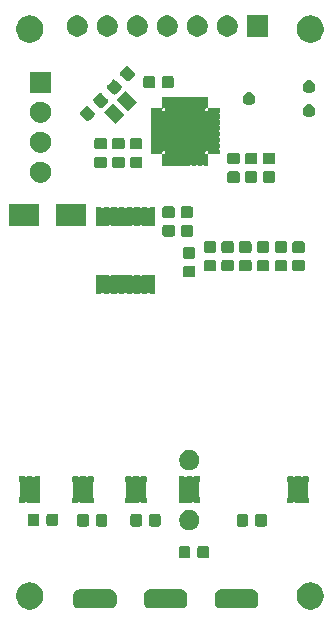
<source format=gbr>
G04 #@! TF.GenerationSoftware,KiCad,Pcbnew,5.1.5+dfsg1-2build2*
G04 #@! TF.CreationDate,2022-01-20T09:43:14-08:00*
G04 #@! TF.ProjectId,pcb_v1,7063625f-7631-42e6-9b69-6361645f7063,rev?*
G04 #@! TF.SameCoordinates,Original*
G04 #@! TF.FileFunction,Soldermask,Top*
G04 #@! TF.FilePolarity,Negative*
%FSLAX46Y46*%
G04 Gerber Fmt 4.6, Leading zero omitted, Abs format (unit mm)*
G04 Created by KiCad (PCBNEW 5.1.5+dfsg1-2build2) date 2022-01-20 09:43:14*
%MOMM*%
%LPD*%
G04 APERTURE LIST*
%ADD10C,0.100000*%
G04 APERTURE END LIST*
D10*
G36*
X185474549Y-129371116D02*
G01*
X185585734Y-129393232D01*
X185795203Y-129479997D01*
X185983720Y-129605960D01*
X186144040Y-129766280D01*
X186270003Y-129954797D01*
X186356768Y-130164266D01*
X186401000Y-130386636D01*
X186401000Y-130613364D01*
X186356768Y-130835734D01*
X186270003Y-131045203D01*
X186144040Y-131233720D01*
X185983720Y-131394040D01*
X185795203Y-131520003D01*
X185795202Y-131520004D01*
X185795201Y-131520004D01*
X185769803Y-131530524D01*
X185585734Y-131606768D01*
X185474549Y-131628884D01*
X185363365Y-131651000D01*
X185136635Y-131651000D01*
X185025451Y-131628884D01*
X184914266Y-131606768D01*
X184730197Y-131530524D01*
X184704799Y-131520004D01*
X184704798Y-131520004D01*
X184704797Y-131520003D01*
X184516280Y-131394040D01*
X184355960Y-131233720D01*
X184229997Y-131045203D01*
X184143232Y-130835734D01*
X184099000Y-130613364D01*
X184099000Y-130386636D01*
X184143232Y-130164266D01*
X184229997Y-129954797D01*
X184355960Y-129766280D01*
X184516280Y-129605960D01*
X184704797Y-129479997D01*
X184914266Y-129393232D01*
X185025451Y-129371116D01*
X185136635Y-129349000D01*
X185363365Y-129349000D01*
X185474549Y-129371116D01*
G37*
G36*
X161724549Y-129371116D02*
G01*
X161835734Y-129393232D01*
X162045203Y-129479997D01*
X162233720Y-129605960D01*
X162394040Y-129766280D01*
X162520003Y-129954797D01*
X162606768Y-130164266D01*
X162651000Y-130386636D01*
X162651000Y-130613364D01*
X162606768Y-130835734D01*
X162520003Y-131045203D01*
X162394040Y-131233720D01*
X162233720Y-131394040D01*
X162045203Y-131520003D01*
X162045202Y-131520004D01*
X162045201Y-131520004D01*
X162019803Y-131530524D01*
X161835734Y-131606768D01*
X161724549Y-131628884D01*
X161613365Y-131651000D01*
X161386635Y-131651000D01*
X161275451Y-131628884D01*
X161164266Y-131606768D01*
X160980197Y-131530524D01*
X160954799Y-131520004D01*
X160954798Y-131520004D01*
X160954797Y-131520003D01*
X160766280Y-131394040D01*
X160605960Y-131233720D01*
X160479997Y-131045203D01*
X160393232Y-130835734D01*
X160349000Y-130613364D01*
X160349000Y-130386636D01*
X160393232Y-130164266D01*
X160479997Y-129954797D01*
X160605960Y-129766280D01*
X160766280Y-129605960D01*
X160954797Y-129479997D01*
X161164266Y-129393232D01*
X161275451Y-129371116D01*
X161386635Y-129349000D01*
X161613365Y-129349000D01*
X161724549Y-129371116D01*
G37*
G36*
X178259999Y-129949737D02*
G01*
X178274528Y-129954145D01*
X178287711Y-129959606D01*
X178311745Y-129964388D01*
X178336249Y-129964389D01*
X178360282Y-129959609D01*
X178382921Y-129950232D01*
X178384765Y-129949000D01*
X179616050Y-129949000D01*
X179628164Y-129955475D01*
X179651613Y-129962588D01*
X179675999Y-129964990D01*
X179700385Y-129962588D01*
X179723834Y-129955475D01*
X179728746Y-129953152D01*
X179740001Y-129949737D01*
X179756140Y-129948148D01*
X180293861Y-129948148D01*
X180312199Y-129949954D01*
X180324450Y-129950556D01*
X180342869Y-129950556D01*
X180365149Y-129952750D01*
X180449233Y-129969476D01*
X180470660Y-129975976D01*
X180549858Y-130008780D01*
X180555303Y-130011691D01*
X180555309Y-130011693D01*
X180564169Y-130016429D01*
X180564173Y-130016432D01*
X180569614Y-130019340D01*
X180640899Y-130066971D01*
X180658204Y-130081172D01*
X180718828Y-130141796D01*
X180733029Y-130159101D01*
X180780660Y-130230386D01*
X180783568Y-130235827D01*
X180783571Y-130235831D01*
X180788307Y-130244691D01*
X180788309Y-130244697D01*
X180791220Y-130250142D01*
X180824024Y-130329340D01*
X180830524Y-130350767D01*
X180847250Y-130434851D01*
X180849444Y-130457131D01*
X180849444Y-130475550D01*
X180850046Y-130487801D01*
X180851852Y-130506139D01*
X180851852Y-130993862D01*
X180850046Y-131012199D01*
X180849444Y-131024450D01*
X180849444Y-131042869D01*
X180847250Y-131065149D01*
X180830524Y-131149233D01*
X180824024Y-131170660D01*
X180791220Y-131249858D01*
X180788309Y-131255303D01*
X180788307Y-131255309D01*
X180783571Y-131264169D01*
X180783568Y-131264173D01*
X180780660Y-131269614D01*
X180733029Y-131340899D01*
X180718828Y-131358204D01*
X180658204Y-131418828D01*
X180640899Y-131433029D01*
X180569614Y-131480660D01*
X180564173Y-131483568D01*
X180564169Y-131483571D01*
X180555309Y-131488307D01*
X180555303Y-131488309D01*
X180549858Y-131491220D01*
X180470660Y-131524024D01*
X180449233Y-131530524D01*
X180365149Y-131547250D01*
X180342869Y-131549444D01*
X180324450Y-131549444D01*
X180312199Y-131550046D01*
X180293862Y-131551852D01*
X179756140Y-131551852D01*
X179740001Y-131550263D01*
X179725472Y-131545855D01*
X179712289Y-131540394D01*
X179688255Y-131535612D01*
X179663751Y-131535611D01*
X179639718Y-131540391D01*
X179617079Y-131549768D01*
X179615235Y-131551000D01*
X178383950Y-131551000D01*
X178371836Y-131544525D01*
X178348387Y-131537412D01*
X178324001Y-131535010D01*
X178299615Y-131537412D01*
X178276166Y-131544525D01*
X178271254Y-131546848D01*
X178259999Y-131550263D01*
X178243860Y-131551852D01*
X177706138Y-131551852D01*
X177687801Y-131550046D01*
X177675550Y-131549444D01*
X177657131Y-131549444D01*
X177634851Y-131547250D01*
X177550767Y-131530524D01*
X177529340Y-131524024D01*
X177450142Y-131491220D01*
X177444697Y-131488309D01*
X177444691Y-131488307D01*
X177435831Y-131483571D01*
X177435827Y-131483568D01*
X177430386Y-131480660D01*
X177359101Y-131433029D01*
X177341796Y-131418828D01*
X177281172Y-131358204D01*
X177266971Y-131340899D01*
X177219340Y-131269614D01*
X177216432Y-131264173D01*
X177216429Y-131264169D01*
X177211693Y-131255309D01*
X177211691Y-131255303D01*
X177208780Y-131249858D01*
X177175976Y-131170660D01*
X177169476Y-131149233D01*
X177152750Y-131065149D01*
X177150556Y-131042869D01*
X177150556Y-131024450D01*
X177149954Y-131012199D01*
X177148148Y-130993862D01*
X177148148Y-130506139D01*
X177149954Y-130487801D01*
X177150556Y-130475550D01*
X177150556Y-130457131D01*
X177152750Y-130434851D01*
X177169476Y-130350767D01*
X177175976Y-130329340D01*
X177208780Y-130250142D01*
X177211691Y-130244697D01*
X177211693Y-130244691D01*
X177216429Y-130235831D01*
X177216432Y-130235827D01*
X177219340Y-130230386D01*
X177266971Y-130159101D01*
X177281172Y-130141796D01*
X177341796Y-130081172D01*
X177359101Y-130066971D01*
X177430386Y-130019340D01*
X177435827Y-130016432D01*
X177435831Y-130016429D01*
X177444691Y-130011693D01*
X177444697Y-130011691D01*
X177450142Y-130008780D01*
X177529340Y-129975976D01*
X177550767Y-129969476D01*
X177634851Y-129952750D01*
X177657131Y-129950556D01*
X177675550Y-129950556D01*
X177687801Y-129949954D01*
X177706139Y-129948148D01*
X178243860Y-129948148D01*
X178259999Y-129949737D01*
G37*
G36*
X172259999Y-129949737D02*
G01*
X172274528Y-129954145D01*
X172287711Y-129959606D01*
X172311745Y-129964388D01*
X172336249Y-129964389D01*
X172360282Y-129959609D01*
X172382921Y-129950232D01*
X172384765Y-129949000D01*
X173616050Y-129949000D01*
X173628164Y-129955475D01*
X173651613Y-129962588D01*
X173675999Y-129964990D01*
X173700385Y-129962588D01*
X173723834Y-129955475D01*
X173728746Y-129953152D01*
X173740001Y-129949737D01*
X173756140Y-129948148D01*
X174293861Y-129948148D01*
X174312199Y-129949954D01*
X174324450Y-129950556D01*
X174342869Y-129950556D01*
X174365149Y-129952750D01*
X174449233Y-129969476D01*
X174470660Y-129975976D01*
X174549858Y-130008780D01*
X174555303Y-130011691D01*
X174555309Y-130011693D01*
X174564169Y-130016429D01*
X174564173Y-130016432D01*
X174569614Y-130019340D01*
X174640899Y-130066971D01*
X174658204Y-130081172D01*
X174718828Y-130141796D01*
X174733029Y-130159101D01*
X174780660Y-130230386D01*
X174783568Y-130235827D01*
X174783571Y-130235831D01*
X174788307Y-130244691D01*
X174788309Y-130244697D01*
X174791220Y-130250142D01*
X174824024Y-130329340D01*
X174830524Y-130350767D01*
X174847250Y-130434851D01*
X174849444Y-130457131D01*
X174849444Y-130475550D01*
X174850046Y-130487801D01*
X174851852Y-130506139D01*
X174851852Y-130993862D01*
X174850046Y-131012199D01*
X174849444Y-131024450D01*
X174849444Y-131042869D01*
X174847250Y-131065149D01*
X174830524Y-131149233D01*
X174824024Y-131170660D01*
X174791220Y-131249858D01*
X174788309Y-131255303D01*
X174788307Y-131255309D01*
X174783571Y-131264169D01*
X174783568Y-131264173D01*
X174780660Y-131269614D01*
X174733029Y-131340899D01*
X174718828Y-131358204D01*
X174658204Y-131418828D01*
X174640899Y-131433029D01*
X174569614Y-131480660D01*
X174564173Y-131483568D01*
X174564169Y-131483571D01*
X174555309Y-131488307D01*
X174555303Y-131488309D01*
X174549858Y-131491220D01*
X174470660Y-131524024D01*
X174449233Y-131530524D01*
X174365149Y-131547250D01*
X174342869Y-131549444D01*
X174324450Y-131549444D01*
X174312199Y-131550046D01*
X174293862Y-131551852D01*
X173756140Y-131551852D01*
X173740001Y-131550263D01*
X173725472Y-131545855D01*
X173712289Y-131540394D01*
X173688255Y-131535612D01*
X173663751Y-131535611D01*
X173639718Y-131540391D01*
X173617079Y-131549768D01*
X173615235Y-131551000D01*
X172383950Y-131551000D01*
X172371836Y-131544525D01*
X172348387Y-131537412D01*
X172324001Y-131535010D01*
X172299615Y-131537412D01*
X172276166Y-131544525D01*
X172271254Y-131546848D01*
X172259999Y-131550263D01*
X172243860Y-131551852D01*
X171706138Y-131551852D01*
X171687801Y-131550046D01*
X171675550Y-131549444D01*
X171657131Y-131549444D01*
X171634851Y-131547250D01*
X171550767Y-131530524D01*
X171529340Y-131524024D01*
X171450142Y-131491220D01*
X171444697Y-131488309D01*
X171444691Y-131488307D01*
X171435831Y-131483571D01*
X171435827Y-131483568D01*
X171430386Y-131480660D01*
X171359101Y-131433029D01*
X171341796Y-131418828D01*
X171281172Y-131358204D01*
X171266971Y-131340899D01*
X171219340Y-131269614D01*
X171216432Y-131264173D01*
X171216429Y-131264169D01*
X171211693Y-131255309D01*
X171211691Y-131255303D01*
X171208780Y-131249858D01*
X171175976Y-131170660D01*
X171169476Y-131149233D01*
X171152750Y-131065149D01*
X171150556Y-131042869D01*
X171150556Y-131024450D01*
X171149954Y-131012199D01*
X171148148Y-130993862D01*
X171148148Y-130506139D01*
X171149954Y-130487801D01*
X171150556Y-130475550D01*
X171150556Y-130457131D01*
X171152750Y-130434851D01*
X171169476Y-130350767D01*
X171175976Y-130329340D01*
X171208780Y-130250142D01*
X171211691Y-130244697D01*
X171211693Y-130244691D01*
X171216429Y-130235831D01*
X171216432Y-130235827D01*
X171219340Y-130230386D01*
X171266971Y-130159101D01*
X171281172Y-130141796D01*
X171341796Y-130081172D01*
X171359101Y-130066971D01*
X171430386Y-130019340D01*
X171435827Y-130016432D01*
X171435831Y-130016429D01*
X171444691Y-130011693D01*
X171444697Y-130011691D01*
X171450142Y-130008780D01*
X171529340Y-129975976D01*
X171550767Y-129969476D01*
X171634851Y-129952750D01*
X171657131Y-129950556D01*
X171675550Y-129950556D01*
X171687801Y-129949954D01*
X171706139Y-129948148D01*
X172243860Y-129948148D01*
X172259999Y-129949737D01*
G37*
G36*
X166259999Y-129949737D02*
G01*
X166274528Y-129954145D01*
X166287711Y-129959606D01*
X166311745Y-129964388D01*
X166336249Y-129964389D01*
X166360282Y-129959609D01*
X166382921Y-129950232D01*
X166384765Y-129949000D01*
X167616050Y-129949000D01*
X167628164Y-129955475D01*
X167651613Y-129962588D01*
X167675999Y-129964990D01*
X167700385Y-129962588D01*
X167723834Y-129955475D01*
X167728746Y-129953152D01*
X167740001Y-129949737D01*
X167756140Y-129948148D01*
X168293861Y-129948148D01*
X168312199Y-129949954D01*
X168324450Y-129950556D01*
X168342869Y-129950556D01*
X168365149Y-129952750D01*
X168449233Y-129969476D01*
X168470660Y-129975976D01*
X168549858Y-130008780D01*
X168555303Y-130011691D01*
X168555309Y-130011693D01*
X168564169Y-130016429D01*
X168564173Y-130016432D01*
X168569614Y-130019340D01*
X168640899Y-130066971D01*
X168658204Y-130081172D01*
X168718828Y-130141796D01*
X168733029Y-130159101D01*
X168780660Y-130230386D01*
X168783568Y-130235827D01*
X168783571Y-130235831D01*
X168788307Y-130244691D01*
X168788309Y-130244697D01*
X168791220Y-130250142D01*
X168824024Y-130329340D01*
X168830524Y-130350767D01*
X168847250Y-130434851D01*
X168849444Y-130457131D01*
X168849444Y-130475550D01*
X168850046Y-130487801D01*
X168851852Y-130506139D01*
X168851852Y-130993862D01*
X168850046Y-131012199D01*
X168849444Y-131024450D01*
X168849444Y-131042869D01*
X168847250Y-131065149D01*
X168830524Y-131149233D01*
X168824024Y-131170660D01*
X168791220Y-131249858D01*
X168788309Y-131255303D01*
X168788307Y-131255309D01*
X168783571Y-131264169D01*
X168783568Y-131264173D01*
X168780660Y-131269614D01*
X168733029Y-131340899D01*
X168718828Y-131358204D01*
X168658204Y-131418828D01*
X168640899Y-131433029D01*
X168569614Y-131480660D01*
X168564173Y-131483568D01*
X168564169Y-131483571D01*
X168555309Y-131488307D01*
X168555303Y-131488309D01*
X168549858Y-131491220D01*
X168470660Y-131524024D01*
X168449233Y-131530524D01*
X168365149Y-131547250D01*
X168342869Y-131549444D01*
X168324450Y-131549444D01*
X168312199Y-131550046D01*
X168293862Y-131551852D01*
X167756140Y-131551852D01*
X167740001Y-131550263D01*
X167725472Y-131545855D01*
X167712289Y-131540394D01*
X167688255Y-131535612D01*
X167663751Y-131535611D01*
X167639718Y-131540391D01*
X167617079Y-131549768D01*
X167615235Y-131551000D01*
X166383950Y-131551000D01*
X166371836Y-131544525D01*
X166348387Y-131537412D01*
X166324001Y-131535010D01*
X166299615Y-131537412D01*
X166276166Y-131544525D01*
X166271254Y-131546848D01*
X166259999Y-131550263D01*
X166243860Y-131551852D01*
X165706138Y-131551852D01*
X165687801Y-131550046D01*
X165675550Y-131549444D01*
X165657131Y-131549444D01*
X165634851Y-131547250D01*
X165550767Y-131530524D01*
X165529340Y-131524024D01*
X165450142Y-131491220D01*
X165444697Y-131488309D01*
X165444691Y-131488307D01*
X165435831Y-131483571D01*
X165435827Y-131483568D01*
X165430386Y-131480660D01*
X165359101Y-131433029D01*
X165341796Y-131418828D01*
X165281172Y-131358204D01*
X165266971Y-131340899D01*
X165219340Y-131269614D01*
X165216432Y-131264173D01*
X165216429Y-131264169D01*
X165211693Y-131255309D01*
X165211691Y-131255303D01*
X165208780Y-131249858D01*
X165175976Y-131170660D01*
X165169476Y-131149233D01*
X165152750Y-131065149D01*
X165150556Y-131042869D01*
X165150556Y-131024450D01*
X165149954Y-131012199D01*
X165148148Y-130993862D01*
X165148148Y-130506139D01*
X165149954Y-130487801D01*
X165150556Y-130475550D01*
X165150556Y-130457131D01*
X165152750Y-130434851D01*
X165169476Y-130350767D01*
X165175976Y-130329340D01*
X165208780Y-130250142D01*
X165211691Y-130244697D01*
X165211693Y-130244691D01*
X165216429Y-130235831D01*
X165216432Y-130235827D01*
X165219340Y-130230386D01*
X165266971Y-130159101D01*
X165281172Y-130141796D01*
X165341796Y-130081172D01*
X165359101Y-130066971D01*
X165430386Y-130019340D01*
X165435827Y-130016432D01*
X165435831Y-130016429D01*
X165444691Y-130011693D01*
X165444697Y-130011691D01*
X165450142Y-130008780D01*
X165529340Y-129975976D01*
X165550767Y-129969476D01*
X165634851Y-129952750D01*
X165657131Y-129950556D01*
X165675550Y-129950556D01*
X165687801Y-129949954D01*
X165706139Y-129948148D01*
X166243860Y-129948148D01*
X166259999Y-129949737D01*
G37*
G36*
X174954591Y-126278085D02*
G01*
X174988569Y-126288393D01*
X175019890Y-126305134D01*
X175047339Y-126327661D01*
X175069866Y-126355110D01*
X175086607Y-126386431D01*
X175096915Y-126420409D01*
X175101000Y-126461890D01*
X175101000Y-127138110D01*
X175096915Y-127179591D01*
X175086607Y-127213569D01*
X175069866Y-127244890D01*
X175047339Y-127272339D01*
X175019890Y-127294866D01*
X174988569Y-127311607D01*
X174954591Y-127321915D01*
X174913110Y-127326000D01*
X174311890Y-127326000D01*
X174270409Y-127321915D01*
X174236431Y-127311607D01*
X174205110Y-127294866D01*
X174177661Y-127272339D01*
X174155134Y-127244890D01*
X174138393Y-127213569D01*
X174128085Y-127179591D01*
X174124000Y-127138110D01*
X174124000Y-126461890D01*
X174128085Y-126420409D01*
X174138393Y-126386431D01*
X174155134Y-126355110D01*
X174177661Y-126327661D01*
X174205110Y-126305134D01*
X174236431Y-126288393D01*
X174270409Y-126278085D01*
X174311890Y-126274000D01*
X174913110Y-126274000D01*
X174954591Y-126278085D01*
G37*
G36*
X176529591Y-126278085D02*
G01*
X176563569Y-126288393D01*
X176594890Y-126305134D01*
X176622339Y-126327661D01*
X176644866Y-126355110D01*
X176661607Y-126386431D01*
X176671915Y-126420409D01*
X176676000Y-126461890D01*
X176676000Y-127138110D01*
X176671915Y-127179591D01*
X176661607Y-127213569D01*
X176644866Y-127244890D01*
X176622339Y-127272339D01*
X176594890Y-127294866D01*
X176563569Y-127311607D01*
X176529591Y-127321915D01*
X176488110Y-127326000D01*
X175886890Y-127326000D01*
X175845409Y-127321915D01*
X175811431Y-127311607D01*
X175780110Y-127294866D01*
X175752661Y-127272339D01*
X175730134Y-127244890D01*
X175713393Y-127213569D01*
X175703085Y-127179591D01*
X175699000Y-127138110D01*
X175699000Y-126461890D01*
X175703085Y-126420409D01*
X175713393Y-126386431D01*
X175730134Y-126355110D01*
X175752661Y-126327661D01*
X175780110Y-126305134D01*
X175811431Y-126288393D01*
X175845409Y-126278085D01*
X175886890Y-126274000D01*
X176488110Y-126274000D01*
X176529591Y-126278085D01*
G37*
G36*
X175248228Y-123261703D02*
G01*
X175403100Y-123325853D01*
X175542481Y-123418985D01*
X175661015Y-123537519D01*
X175754147Y-123676900D01*
X175818297Y-123831772D01*
X175851000Y-123996184D01*
X175851000Y-124163816D01*
X175818297Y-124328228D01*
X175754147Y-124483100D01*
X175661015Y-124622481D01*
X175542481Y-124741015D01*
X175403100Y-124834147D01*
X175248228Y-124898297D01*
X175083816Y-124931000D01*
X174916184Y-124931000D01*
X174751772Y-124898297D01*
X174596900Y-124834147D01*
X174457519Y-124741015D01*
X174338985Y-124622481D01*
X174245853Y-124483100D01*
X174181703Y-124328228D01*
X174149000Y-124163816D01*
X174149000Y-123996184D01*
X174181703Y-123831772D01*
X174245853Y-123676900D01*
X174338985Y-123537519D01*
X174457519Y-123418985D01*
X174596900Y-123325853D01*
X174751772Y-123261703D01*
X174916184Y-123229000D01*
X175083816Y-123229000D01*
X175248228Y-123261703D01*
G37*
G36*
X179842091Y-123578085D02*
G01*
X179876069Y-123588393D01*
X179907390Y-123605134D01*
X179934839Y-123627661D01*
X179957366Y-123655110D01*
X179974107Y-123686431D01*
X179984415Y-123720409D01*
X179988500Y-123761890D01*
X179988500Y-124438110D01*
X179984415Y-124479591D01*
X179974107Y-124513569D01*
X179957366Y-124544890D01*
X179934839Y-124572339D01*
X179907390Y-124594866D01*
X179876069Y-124611607D01*
X179842091Y-124621915D01*
X179800610Y-124626000D01*
X179199390Y-124626000D01*
X179157909Y-124621915D01*
X179123931Y-124611607D01*
X179092610Y-124594866D01*
X179065161Y-124572339D01*
X179042634Y-124544890D01*
X179025893Y-124513569D01*
X179015585Y-124479591D01*
X179011500Y-124438110D01*
X179011500Y-123761890D01*
X179015585Y-123720409D01*
X179025893Y-123686431D01*
X179042634Y-123655110D01*
X179065161Y-123627661D01*
X179092610Y-123605134D01*
X179123931Y-123588393D01*
X179157909Y-123578085D01*
X179199390Y-123574000D01*
X179800610Y-123574000D01*
X179842091Y-123578085D01*
G37*
G36*
X181417091Y-123578085D02*
G01*
X181451069Y-123588393D01*
X181482390Y-123605134D01*
X181509839Y-123627661D01*
X181532366Y-123655110D01*
X181549107Y-123686431D01*
X181559415Y-123720409D01*
X181563500Y-123761890D01*
X181563500Y-124438110D01*
X181559415Y-124479591D01*
X181549107Y-124513569D01*
X181532366Y-124544890D01*
X181509839Y-124572339D01*
X181482390Y-124594866D01*
X181451069Y-124611607D01*
X181417091Y-124621915D01*
X181375610Y-124626000D01*
X180774390Y-124626000D01*
X180732909Y-124621915D01*
X180698931Y-124611607D01*
X180667610Y-124594866D01*
X180640161Y-124572339D01*
X180617634Y-124544890D01*
X180600893Y-124513569D01*
X180590585Y-124479591D01*
X180586500Y-124438110D01*
X180586500Y-123761890D01*
X180590585Y-123720409D01*
X180600893Y-123686431D01*
X180617634Y-123655110D01*
X180640161Y-123627661D01*
X180667610Y-123605134D01*
X180698931Y-123588393D01*
X180732909Y-123578085D01*
X180774390Y-123574000D01*
X181375610Y-123574000D01*
X181417091Y-123578085D01*
G37*
G36*
X170854591Y-123578085D02*
G01*
X170888569Y-123588393D01*
X170919890Y-123605134D01*
X170947339Y-123627661D01*
X170969866Y-123655110D01*
X170986607Y-123686431D01*
X170996915Y-123720409D01*
X171001000Y-123761890D01*
X171001000Y-124438110D01*
X170996915Y-124479591D01*
X170986607Y-124513569D01*
X170969866Y-124544890D01*
X170947339Y-124572339D01*
X170919890Y-124594866D01*
X170888569Y-124611607D01*
X170854591Y-124621915D01*
X170813110Y-124626000D01*
X170211890Y-124626000D01*
X170170409Y-124621915D01*
X170136431Y-124611607D01*
X170105110Y-124594866D01*
X170077661Y-124572339D01*
X170055134Y-124544890D01*
X170038393Y-124513569D01*
X170028085Y-124479591D01*
X170024000Y-124438110D01*
X170024000Y-123761890D01*
X170028085Y-123720409D01*
X170038393Y-123686431D01*
X170055134Y-123655110D01*
X170077661Y-123627661D01*
X170105110Y-123605134D01*
X170136431Y-123588393D01*
X170170409Y-123578085D01*
X170211890Y-123574000D01*
X170813110Y-123574000D01*
X170854591Y-123578085D01*
G37*
G36*
X167929591Y-123578085D02*
G01*
X167963569Y-123588393D01*
X167994890Y-123605134D01*
X168022339Y-123627661D01*
X168044866Y-123655110D01*
X168061607Y-123686431D01*
X168071915Y-123720409D01*
X168076000Y-123761890D01*
X168076000Y-124438110D01*
X168071915Y-124479591D01*
X168061607Y-124513569D01*
X168044866Y-124544890D01*
X168022339Y-124572339D01*
X167994890Y-124594866D01*
X167963569Y-124611607D01*
X167929591Y-124621915D01*
X167888110Y-124626000D01*
X167286890Y-124626000D01*
X167245409Y-124621915D01*
X167211431Y-124611607D01*
X167180110Y-124594866D01*
X167152661Y-124572339D01*
X167130134Y-124544890D01*
X167113393Y-124513569D01*
X167103085Y-124479591D01*
X167099000Y-124438110D01*
X167099000Y-123761890D01*
X167103085Y-123720409D01*
X167113393Y-123686431D01*
X167130134Y-123655110D01*
X167152661Y-123627661D01*
X167180110Y-123605134D01*
X167211431Y-123588393D01*
X167245409Y-123578085D01*
X167286890Y-123574000D01*
X167888110Y-123574000D01*
X167929591Y-123578085D01*
G37*
G36*
X166354591Y-123578085D02*
G01*
X166388569Y-123588393D01*
X166419890Y-123605134D01*
X166447339Y-123627661D01*
X166469866Y-123655110D01*
X166486607Y-123686431D01*
X166496915Y-123720409D01*
X166501000Y-123761890D01*
X166501000Y-124438110D01*
X166496915Y-124479591D01*
X166486607Y-124513569D01*
X166469866Y-124544890D01*
X166447339Y-124572339D01*
X166419890Y-124594866D01*
X166388569Y-124611607D01*
X166354591Y-124621915D01*
X166313110Y-124626000D01*
X165711890Y-124626000D01*
X165670409Y-124621915D01*
X165636431Y-124611607D01*
X165605110Y-124594866D01*
X165577661Y-124572339D01*
X165555134Y-124544890D01*
X165538393Y-124513569D01*
X165528085Y-124479591D01*
X165524000Y-124438110D01*
X165524000Y-123761890D01*
X165528085Y-123720409D01*
X165538393Y-123686431D01*
X165555134Y-123655110D01*
X165577661Y-123627661D01*
X165605110Y-123605134D01*
X165636431Y-123588393D01*
X165670409Y-123578085D01*
X165711890Y-123574000D01*
X166313110Y-123574000D01*
X166354591Y-123578085D01*
G37*
G36*
X172429591Y-123578085D02*
G01*
X172463569Y-123588393D01*
X172494890Y-123605134D01*
X172522339Y-123627661D01*
X172544866Y-123655110D01*
X172561607Y-123686431D01*
X172571915Y-123720409D01*
X172576000Y-123761890D01*
X172576000Y-124438110D01*
X172571915Y-124479591D01*
X172561607Y-124513569D01*
X172544866Y-124544890D01*
X172522339Y-124572339D01*
X172494890Y-124594866D01*
X172463569Y-124611607D01*
X172429591Y-124621915D01*
X172388110Y-124626000D01*
X171786890Y-124626000D01*
X171745409Y-124621915D01*
X171711431Y-124611607D01*
X171680110Y-124594866D01*
X171652661Y-124572339D01*
X171630134Y-124544890D01*
X171613393Y-124513569D01*
X171603085Y-124479591D01*
X171599000Y-124438110D01*
X171599000Y-123761890D01*
X171603085Y-123720409D01*
X171613393Y-123686431D01*
X171630134Y-123655110D01*
X171652661Y-123627661D01*
X171680110Y-123605134D01*
X171711431Y-123588393D01*
X171745409Y-123578085D01*
X171786890Y-123574000D01*
X172388110Y-123574000D01*
X172429591Y-123578085D01*
G37*
G36*
X163742091Y-123528085D02*
G01*
X163776069Y-123538393D01*
X163807390Y-123555134D01*
X163834839Y-123577661D01*
X163857366Y-123605110D01*
X163874107Y-123636431D01*
X163884415Y-123670409D01*
X163888500Y-123711890D01*
X163888500Y-124388110D01*
X163884415Y-124429591D01*
X163874107Y-124463569D01*
X163857366Y-124494890D01*
X163834839Y-124522339D01*
X163807390Y-124544866D01*
X163776069Y-124561607D01*
X163742091Y-124571915D01*
X163700610Y-124576000D01*
X163099390Y-124576000D01*
X163057909Y-124571915D01*
X163023931Y-124561607D01*
X162992610Y-124544866D01*
X162965161Y-124522339D01*
X162942634Y-124494890D01*
X162925893Y-124463569D01*
X162915585Y-124429591D01*
X162911500Y-124388110D01*
X162911500Y-123711890D01*
X162915585Y-123670409D01*
X162925893Y-123636431D01*
X162942634Y-123605110D01*
X162965161Y-123577661D01*
X162992610Y-123555134D01*
X163023931Y-123538393D01*
X163057909Y-123528085D01*
X163099390Y-123524000D01*
X163700610Y-123524000D01*
X163742091Y-123528085D01*
G37*
G36*
X162167091Y-123528085D02*
G01*
X162201069Y-123538393D01*
X162232390Y-123555134D01*
X162259839Y-123577661D01*
X162282366Y-123605110D01*
X162299107Y-123636431D01*
X162309415Y-123670409D01*
X162313500Y-123711890D01*
X162313500Y-124388110D01*
X162309415Y-124429591D01*
X162299107Y-124463569D01*
X162282366Y-124494890D01*
X162259839Y-124522339D01*
X162232390Y-124544866D01*
X162201069Y-124561607D01*
X162167091Y-124571915D01*
X162125610Y-124576000D01*
X161524390Y-124576000D01*
X161482909Y-124571915D01*
X161448931Y-124561607D01*
X161417610Y-124544866D01*
X161390161Y-124522339D01*
X161367634Y-124494890D01*
X161350893Y-124463569D01*
X161340585Y-124429591D01*
X161336500Y-124388110D01*
X161336500Y-123711890D01*
X161340585Y-123670409D01*
X161350893Y-123636431D01*
X161367634Y-123605110D01*
X161390161Y-123577661D01*
X161417610Y-123555134D01*
X161448931Y-123538393D01*
X161482909Y-123528085D01*
X161524390Y-123524000D01*
X162125610Y-123524000D01*
X162167091Y-123528085D01*
G37*
G36*
X170055202Y-120375683D02*
G01*
X170065735Y-120378878D01*
X170075443Y-120384068D01*
X170090749Y-120396629D01*
X170095704Y-120401583D01*
X170116079Y-120415197D01*
X170138718Y-120424573D01*
X170162751Y-120429353D01*
X170187255Y-120429353D01*
X170211288Y-120424572D01*
X170233927Y-120415194D01*
X170254301Y-120401580D01*
X170259259Y-120396622D01*
X170274557Y-120384068D01*
X170284265Y-120378878D01*
X170294798Y-120375683D01*
X170311888Y-120374000D01*
X170688112Y-120374000D01*
X170705202Y-120375683D01*
X170715735Y-120378878D01*
X170725443Y-120384068D01*
X170740749Y-120396629D01*
X170745704Y-120401583D01*
X170766079Y-120415197D01*
X170788718Y-120424573D01*
X170812751Y-120429353D01*
X170837255Y-120429353D01*
X170861288Y-120424572D01*
X170883927Y-120415194D01*
X170904301Y-120401580D01*
X170909259Y-120396622D01*
X170924557Y-120384068D01*
X170934265Y-120378878D01*
X170944798Y-120375683D01*
X170961888Y-120374000D01*
X171338112Y-120374000D01*
X171355202Y-120375683D01*
X171365735Y-120378878D01*
X171375443Y-120384068D01*
X171383951Y-120391049D01*
X171390932Y-120399557D01*
X171396122Y-120409265D01*
X171399317Y-120419798D01*
X171401000Y-120436888D01*
X171401000Y-120788112D01*
X171399317Y-120805202D01*
X171396122Y-120815735D01*
X171390933Y-120825443D01*
X171379372Y-120839530D01*
X171365759Y-120859904D01*
X171356382Y-120882543D01*
X171351000Y-120918827D01*
X171351000Y-122081173D01*
X171353402Y-122105559D01*
X171360515Y-122129008D01*
X171379372Y-122160470D01*
X171390933Y-122174557D01*
X171396122Y-122184265D01*
X171399317Y-122194798D01*
X171401000Y-122211888D01*
X171401000Y-122563112D01*
X171399317Y-122580202D01*
X171396122Y-122590735D01*
X171390932Y-122600443D01*
X171383951Y-122608951D01*
X171375443Y-122615932D01*
X171365735Y-122621122D01*
X171355202Y-122624317D01*
X171338112Y-122626000D01*
X170961888Y-122626000D01*
X170944798Y-122624317D01*
X170934265Y-122621122D01*
X170924557Y-122615932D01*
X170909251Y-122603371D01*
X170904296Y-122598417D01*
X170883921Y-122584803D01*
X170861282Y-122575427D01*
X170837249Y-122570647D01*
X170812745Y-122570647D01*
X170788712Y-122575428D01*
X170766073Y-122584806D01*
X170745699Y-122598420D01*
X170740741Y-122603378D01*
X170725443Y-122615932D01*
X170715735Y-122621122D01*
X170705202Y-122624317D01*
X170688112Y-122626000D01*
X170311888Y-122626000D01*
X170294798Y-122624317D01*
X170284265Y-122621122D01*
X170274557Y-122615932D01*
X170259251Y-122603371D01*
X170254296Y-122598417D01*
X170233921Y-122584803D01*
X170211282Y-122575427D01*
X170187249Y-122570647D01*
X170162745Y-122570647D01*
X170138712Y-122575428D01*
X170116073Y-122584806D01*
X170095699Y-122598420D01*
X170090741Y-122603378D01*
X170075443Y-122615932D01*
X170065735Y-122621122D01*
X170055202Y-122624317D01*
X170038112Y-122626000D01*
X169661888Y-122626000D01*
X169644798Y-122624317D01*
X169634265Y-122621122D01*
X169624557Y-122615932D01*
X169616049Y-122608951D01*
X169609068Y-122600443D01*
X169603878Y-122590735D01*
X169600683Y-122580202D01*
X169599000Y-122563112D01*
X169599000Y-122211888D01*
X169600683Y-122194798D01*
X169603878Y-122184265D01*
X169609067Y-122174557D01*
X169620628Y-122160470D01*
X169634241Y-122140096D01*
X169643618Y-122117457D01*
X169649000Y-122081173D01*
X169649000Y-120918827D01*
X169646598Y-120894441D01*
X169639485Y-120870992D01*
X169620628Y-120839530D01*
X169609067Y-120825443D01*
X169603878Y-120815735D01*
X169600683Y-120805202D01*
X169599000Y-120788112D01*
X169599000Y-120436888D01*
X169600683Y-120419798D01*
X169603878Y-120409265D01*
X169609068Y-120399557D01*
X169616049Y-120391049D01*
X169624557Y-120384068D01*
X169634265Y-120378878D01*
X169644798Y-120375683D01*
X169661888Y-120374000D01*
X170038112Y-120374000D01*
X170055202Y-120375683D01*
G37*
G36*
X174555202Y-120375683D02*
G01*
X174565735Y-120378878D01*
X174575443Y-120384068D01*
X174590749Y-120396629D01*
X174595704Y-120401583D01*
X174616079Y-120415197D01*
X174638718Y-120424573D01*
X174662751Y-120429353D01*
X174687255Y-120429353D01*
X174711288Y-120424572D01*
X174733927Y-120415194D01*
X174754301Y-120401580D01*
X174759259Y-120396622D01*
X174774557Y-120384068D01*
X174784265Y-120378878D01*
X174794798Y-120375683D01*
X174811888Y-120374000D01*
X175188112Y-120374000D01*
X175205202Y-120375683D01*
X175215735Y-120378878D01*
X175225443Y-120384068D01*
X175240749Y-120396629D01*
X175245704Y-120401583D01*
X175266079Y-120415197D01*
X175288718Y-120424573D01*
X175312751Y-120429353D01*
X175337255Y-120429353D01*
X175361288Y-120424572D01*
X175383927Y-120415194D01*
X175404301Y-120401580D01*
X175409259Y-120396622D01*
X175424557Y-120384068D01*
X175434265Y-120378878D01*
X175444798Y-120375683D01*
X175461888Y-120374000D01*
X175838112Y-120374000D01*
X175855202Y-120375683D01*
X175865735Y-120378878D01*
X175875443Y-120384068D01*
X175883951Y-120391049D01*
X175890932Y-120399557D01*
X175896122Y-120409265D01*
X175899317Y-120419798D01*
X175901000Y-120436888D01*
X175901000Y-120788112D01*
X175899317Y-120805202D01*
X175896122Y-120815735D01*
X175890933Y-120825443D01*
X175879372Y-120839530D01*
X175865759Y-120859904D01*
X175856382Y-120882543D01*
X175851000Y-120918827D01*
X175851000Y-122081173D01*
X175853402Y-122105559D01*
X175860515Y-122129008D01*
X175879372Y-122160470D01*
X175890933Y-122174557D01*
X175896122Y-122184265D01*
X175899317Y-122194798D01*
X175901000Y-122211888D01*
X175901000Y-122563112D01*
X175899317Y-122580202D01*
X175896122Y-122590735D01*
X175890932Y-122600443D01*
X175883951Y-122608951D01*
X175875443Y-122615932D01*
X175865735Y-122621122D01*
X175855202Y-122624317D01*
X175838112Y-122626000D01*
X175461888Y-122626000D01*
X175444798Y-122624317D01*
X175434265Y-122621122D01*
X175424557Y-122615932D01*
X175409251Y-122603371D01*
X175404296Y-122598417D01*
X175383921Y-122584803D01*
X175361282Y-122575427D01*
X175337249Y-122570647D01*
X175312745Y-122570647D01*
X175288712Y-122575428D01*
X175266073Y-122584806D01*
X175245699Y-122598420D01*
X175240741Y-122603378D01*
X175225443Y-122615932D01*
X175215735Y-122621122D01*
X175205202Y-122624317D01*
X175188112Y-122626000D01*
X174811888Y-122626000D01*
X174794798Y-122624317D01*
X174784265Y-122621122D01*
X174774557Y-122615932D01*
X174759251Y-122603371D01*
X174754296Y-122598417D01*
X174733921Y-122584803D01*
X174711282Y-122575427D01*
X174687249Y-122570647D01*
X174662745Y-122570647D01*
X174638712Y-122575428D01*
X174616073Y-122584806D01*
X174595699Y-122598420D01*
X174590741Y-122603378D01*
X174575443Y-122615932D01*
X174565735Y-122621122D01*
X174555202Y-122624317D01*
X174538112Y-122626000D01*
X174161888Y-122626000D01*
X174144798Y-122624317D01*
X174134265Y-122621122D01*
X174124557Y-122615932D01*
X174116049Y-122608951D01*
X174109068Y-122600443D01*
X174103878Y-122590735D01*
X174100683Y-122580202D01*
X174099000Y-122563112D01*
X174099000Y-122211888D01*
X174100683Y-122194798D01*
X174103878Y-122184265D01*
X174109067Y-122174557D01*
X174120628Y-122160470D01*
X174134241Y-122140096D01*
X174143618Y-122117457D01*
X174149000Y-122081173D01*
X174149000Y-120918827D01*
X174146598Y-120894441D01*
X174139485Y-120870992D01*
X174120628Y-120839530D01*
X174109067Y-120825443D01*
X174103878Y-120815735D01*
X174100683Y-120805202D01*
X174099000Y-120788112D01*
X174099000Y-120436888D01*
X174100683Y-120419798D01*
X174103878Y-120409265D01*
X174109068Y-120399557D01*
X174116049Y-120391049D01*
X174124557Y-120384068D01*
X174134265Y-120378878D01*
X174144798Y-120375683D01*
X174161888Y-120374000D01*
X174538112Y-120374000D01*
X174555202Y-120375683D01*
G37*
G36*
X183755202Y-120375683D02*
G01*
X183765735Y-120378878D01*
X183775443Y-120384068D01*
X183790749Y-120396629D01*
X183795704Y-120401583D01*
X183816079Y-120415197D01*
X183838718Y-120424573D01*
X183862751Y-120429353D01*
X183887255Y-120429353D01*
X183911288Y-120424572D01*
X183933927Y-120415194D01*
X183954301Y-120401580D01*
X183959259Y-120396622D01*
X183974557Y-120384068D01*
X183984265Y-120378878D01*
X183994798Y-120375683D01*
X184011888Y-120374000D01*
X184388112Y-120374000D01*
X184405202Y-120375683D01*
X184415735Y-120378878D01*
X184425443Y-120384068D01*
X184440749Y-120396629D01*
X184445704Y-120401583D01*
X184466079Y-120415197D01*
X184488718Y-120424573D01*
X184512751Y-120429353D01*
X184537255Y-120429353D01*
X184561288Y-120424572D01*
X184583927Y-120415194D01*
X184604301Y-120401580D01*
X184609259Y-120396622D01*
X184624557Y-120384068D01*
X184634265Y-120378878D01*
X184644798Y-120375683D01*
X184661888Y-120374000D01*
X185038112Y-120374000D01*
X185055202Y-120375683D01*
X185065735Y-120378878D01*
X185075443Y-120384068D01*
X185083951Y-120391049D01*
X185090932Y-120399557D01*
X185096122Y-120409265D01*
X185099317Y-120419798D01*
X185101000Y-120436888D01*
X185101000Y-120788112D01*
X185099317Y-120805202D01*
X185096122Y-120815735D01*
X185090933Y-120825443D01*
X185079372Y-120839530D01*
X185065759Y-120859904D01*
X185056382Y-120882543D01*
X185051000Y-120918827D01*
X185051000Y-122081173D01*
X185053402Y-122105559D01*
X185060515Y-122129008D01*
X185079372Y-122160470D01*
X185090933Y-122174557D01*
X185096122Y-122184265D01*
X185099317Y-122194798D01*
X185101000Y-122211888D01*
X185101000Y-122563112D01*
X185099317Y-122580202D01*
X185096122Y-122590735D01*
X185090932Y-122600443D01*
X185083951Y-122608951D01*
X185075443Y-122615932D01*
X185065735Y-122621122D01*
X185055202Y-122624317D01*
X185038112Y-122626000D01*
X184661888Y-122626000D01*
X184644798Y-122624317D01*
X184634265Y-122621122D01*
X184624557Y-122615932D01*
X184609251Y-122603371D01*
X184604296Y-122598417D01*
X184583921Y-122584803D01*
X184561282Y-122575427D01*
X184537249Y-122570647D01*
X184512745Y-122570647D01*
X184488712Y-122575428D01*
X184466073Y-122584806D01*
X184445699Y-122598420D01*
X184440741Y-122603378D01*
X184425443Y-122615932D01*
X184415735Y-122621122D01*
X184405202Y-122624317D01*
X184388112Y-122626000D01*
X184011888Y-122626000D01*
X183994798Y-122624317D01*
X183984265Y-122621122D01*
X183974557Y-122615932D01*
X183959251Y-122603371D01*
X183954296Y-122598417D01*
X183933921Y-122584803D01*
X183911282Y-122575427D01*
X183887249Y-122570647D01*
X183862745Y-122570647D01*
X183838712Y-122575428D01*
X183816073Y-122584806D01*
X183795699Y-122598420D01*
X183790741Y-122603378D01*
X183775443Y-122615932D01*
X183765735Y-122621122D01*
X183755202Y-122624317D01*
X183738112Y-122626000D01*
X183361888Y-122626000D01*
X183344798Y-122624317D01*
X183334265Y-122621122D01*
X183324557Y-122615932D01*
X183316049Y-122608951D01*
X183309068Y-122600443D01*
X183303878Y-122590735D01*
X183300683Y-122580202D01*
X183299000Y-122563112D01*
X183299000Y-122211888D01*
X183300683Y-122194798D01*
X183303878Y-122184265D01*
X183309067Y-122174557D01*
X183320628Y-122160470D01*
X183334241Y-122140096D01*
X183343618Y-122117457D01*
X183349000Y-122081173D01*
X183349000Y-120918827D01*
X183346598Y-120894441D01*
X183339485Y-120870992D01*
X183320628Y-120839530D01*
X183309067Y-120825443D01*
X183303878Y-120815735D01*
X183300683Y-120805202D01*
X183299000Y-120788112D01*
X183299000Y-120436888D01*
X183300683Y-120419798D01*
X183303878Y-120409265D01*
X183309068Y-120399557D01*
X183316049Y-120391049D01*
X183324557Y-120384068D01*
X183334265Y-120378878D01*
X183344798Y-120375683D01*
X183361888Y-120374000D01*
X183738112Y-120374000D01*
X183755202Y-120375683D01*
G37*
G36*
X161055202Y-120375683D02*
G01*
X161065735Y-120378878D01*
X161075443Y-120384068D01*
X161090749Y-120396629D01*
X161095704Y-120401583D01*
X161116079Y-120415197D01*
X161138718Y-120424573D01*
X161162751Y-120429353D01*
X161187255Y-120429353D01*
X161211288Y-120424572D01*
X161233927Y-120415194D01*
X161254301Y-120401580D01*
X161259259Y-120396622D01*
X161274557Y-120384068D01*
X161284265Y-120378878D01*
X161294798Y-120375683D01*
X161311888Y-120374000D01*
X161688112Y-120374000D01*
X161705202Y-120375683D01*
X161715735Y-120378878D01*
X161725443Y-120384068D01*
X161740749Y-120396629D01*
X161745704Y-120401583D01*
X161766079Y-120415197D01*
X161788718Y-120424573D01*
X161812751Y-120429353D01*
X161837255Y-120429353D01*
X161861288Y-120424572D01*
X161883927Y-120415194D01*
X161904301Y-120401580D01*
X161909259Y-120396622D01*
X161924557Y-120384068D01*
X161934265Y-120378878D01*
X161944798Y-120375683D01*
X161961888Y-120374000D01*
X162338112Y-120374000D01*
X162355202Y-120375683D01*
X162365735Y-120378878D01*
X162375443Y-120384068D01*
X162383951Y-120391049D01*
X162390932Y-120399557D01*
X162396122Y-120409265D01*
X162399317Y-120419798D01*
X162401000Y-120436888D01*
X162401000Y-120788112D01*
X162399317Y-120805202D01*
X162396122Y-120815735D01*
X162390933Y-120825443D01*
X162379372Y-120839530D01*
X162365759Y-120859904D01*
X162356382Y-120882543D01*
X162351000Y-120918827D01*
X162351000Y-122081173D01*
X162353402Y-122105559D01*
X162360515Y-122129008D01*
X162379372Y-122160470D01*
X162390933Y-122174557D01*
X162396122Y-122184265D01*
X162399317Y-122194798D01*
X162401000Y-122211888D01*
X162401000Y-122563112D01*
X162399317Y-122580202D01*
X162396122Y-122590735D01*
X162390932Y-122600443D01*
X162383951Y-122608951D01*
X162375443Y-122615932D01*
X162365735Y-122621122D01*
X162355202Y-122624317D01*
X162338112Y-122626000D01*
X161961888Y-122626000D01*
X161944798Y-122624317D01*
X161934265Y-122621122D01*
X161924557Y-122615932D01*
X161909251Y-122603371D01*
X161904296Y-122598417D01*
X161883921Y-122584803D01*
X161861282Y-122575427D01*
X161837249Y-122570647D01*
X161812745Y-122570647D01*
X161788712Y-122575428D01*
X161766073Y-122584806D01*
X161745699Y-122598420D01*
X161740741Y-122603378D01*
X161725443Y-122615932D01*
X161715735Y-122621122D01*
X161705202Y-122624317D01*
X161688112Y-122626000D01*
X161311888Y-122626000D01*
X161294798Y-122624317D01*
X161284265Y-122621122D01*
X161274557Y-122615932D01*
X161259251Y-122603371D01*
X161254296Y-122598417D01*
X161233921Y-122584803D01*
X161211282Y-122575427D01*
X161187249Y-122570647D01*
X161162745Y-122570647D01*
X161138712Y-122575428D01*
X161116073Y-122584806D01*
X161095699Y-122598420D01*
X161090741Y-122603378D01*
X161075443Y-122615932D01*
X161065735Y-122621122D01*
X161055202Y-122624317D01*
X161038112Y-122626000D01*
X160661888Y-122626000D01*
X160644798Y-122624317D01*
X160634265Y-122621122D01*
X160624557Y-122615932D01*
X160616049Y-122608951D01*
X160609068Y-122600443D01*
X160603878Y-122590735D01*
X160600683Y-122580202D01*
X160599000Y-122563112D01*
X160599000Y-122211888D01*
X160600683Y-122194798D01*
X160603878Y-122184265D01*
X160609067Y-122174557D01*
X160620628Y-122160470D01*
X160634241Y-122140096D01*
X160643618Y-122117457D01*
X160649000Y-122081173D01*
X160649000Y-120918827D01*
X160646598Y-120894441D01*
X160639485Y-120870992D01*
X160620628Y-120839530D01*
X160609067Y-120825443D01*
X160603878Y-120815735D01*
X160600683Y-120805202D01*
X160599000Y-120788112D01*
X160599000Y-120436888D01*
X160600683Y-120419798D01*
X160603878Y-120409265D01*
X160609068Y-120399557D01*
X160616049Y-120391049D01*
X160624557Y-120384068D01*
X160634265Y-120378878D01*
X160644798Y-120375683D01*
X160661888Y-120374000D01*
X161038112Y-120374000D01*
X161055202Y-120375683D01*
G37*
G36*
X165555202Y-120375683D02*
G01*
X165565735Y-120378878D01*
X165575443Y-120384068D01*
X165590749Y-120396629D01*
X165595704Y-120401583D01*
X165616079Y-120415197D01*
X165638718Y-120424573D01*
X165662751Y-120429353D01*
X165687255Y-120429353D01*
X165711288Y-120424572D01*
X165733927Y-120415194D01*
X165754301Y-120401580D01*
X165759259Y-120396622D01*
X165774557Y-120384068D01*
X165784265Y-120378878D01*
X165794798Y-120375683D01*
X165811888Y-120374000D01*
X166188112Y-120374000D01*
X166205202Y-120375683D01*
X166215735Y-120378878D01*
X166225443Y-120384068D01*
X166240749Y-120396629D01*
X166245704Y-120401583D01*
X166266079Y-120415197D01*
X166288718Y-120424573D01*
X166312751Y-120429353D01*
X166337255Y-120429353D01*
X166361288Y-120424572D01*
X166383927Y-120415194D01*
X166404301Y-120401580D01*
X166409259Y-120396622D01*
X166424557Y-120384068D01*
X166434265Y-120378878D01*
X166444798Y-120375683D01*
X166461888Y-120374000D01*
X166838112Y-120374000D01*
X166855202Y-120375683D01*
X166865735Y-120378878D01*
X166875443Y-120384068D01*
X166883951Y-120391049D01*
X166890932Y-120399557D01*
X166896122Y-120409265D01*
X166899317Y-120419798D01*
X166901000Y-120436888D01*
X166901000Y-120788112D01*
X166899317Y-120805202D01*
X166896122Y-120815735D01*
X166890933Y-120825443D01*
X166879372Y-120839530D01*
X166865759Y-120859904D01*
X166856382Y-120882543D01*
X166851000Y-120918827D01*
X166851000Y-122081173D01*
X166853402Y-122105559D01*
X166860515Y-122129008D01*
X166879372Y-122160470D01*
X166890933Y-122174557D01*
X166896122Y-122184265D01*
X166899317Y-122194798D01*
X166901000Y-122211888D01*
X166901000Y-122563112D01*
X166899317Y-122580202D01*
X166896122Y-122590735D01*
X166890932Y-122600443D01*
X166883951Y-122608951D01*
X166875443Y-122615932D01*
X166865735Y-122621122D01*
X166855202Y-122624317D01*
X166838112Y-122626000D01*
X166461888Y-122626000D01*
X166444798Y-122624317D01*
X166434265Y-122621122D01*
X166424557Y-122615932D01*
X166409251Y-122603371D01*
X166404296Y-122598417D01*
X166383921Y-122584803D01*
X166361282Y-122575427D01*
X166337249Y-122570647D01*
X166312745Y-122570647D01*
X166288712Y-122575428D01*
X166266073Y-122584806D01*
X166245699Y-122598420D01*
X166240741Y-122603378D01*
X166225443Y-122615932D01*
X166215735Y-122621122D01*
X166205202Y-122624317D01*
X166188112Y-122626000D01*
X165811888Y-122626000D01*
X165794798Y-122624317D01*
X165784265Y-122621122D01*
X165774557Y-122615932D01*
X165759251Y-122603371D01*
X165754296Y-122598417D01*
X165733921Y-122584803D01*
X165711282Y-122575427D01*
X165687249Y-122570647D01*
X165662745Y-122570647D01*
X165638712Y-122575428D01*
X165616073Y-122584806D01*
X165595699Y-122598420D01*
X165590741Y-122603378D01*
X165575443Y-122615932D01*
X165565735Y-122621122D01*
X165555202Y-122624317D01*
X165538112Y-122626000D01*
X165161888Y-122626000D01*
X165144798Y-122624317D01*
X165134265Y-122621122D01*
X165124557Y-122615932D01*
X165116049Y-122608951D01*
X165109068Y-122600443D01*
X165103878Y-122590735D01*
X165100683Y-122580202D01*
X165099000Y-122563112D01*
X165099000Y-122211888D01*
X165100683Y-122194798D01*
X165103878Y-122184265D01*
X165109067Y-122174557D01*
X165120628Y-122160470D01*
X165134241Y-122140096D01*
X165143618Y-122117457D01*
X165149000Y-122081173D01*
X165149000Y-120918827D01*
X165146598Y-120894441D01*
X165139485Y-120870992D01*
X165120628Y-120839530D01*
X165109067Y-120825443D01*
X165103878Y-120815735D01*
X165100683Y-120805202D01*
X165099000Y-120788112D01*
X165099000Y-120436888D01*
X165100683Y-120419798D01*
X165103878Y-120409265D01*
X165109068Y-120399557D01*
X165116049Y-120391049D01*
X165124557Y-120384068D01*
X165134265Y-120378878D01*
X165144798Y-120375683D01*
X165161888Y-120374000D01*
X165538112Y-120374000D01*
X165555202Y-120375683D01*
G37*
G36*
X175248228Y-118181703D02*
G01*
X175403100Y-118245853D01*
X175542481Y-118338985D01*
X175661015Y-118457519D01*
X175754147Y-118596900D01*
X175818297Y-118751772D01*
X175851000Y-118916184D01*
X175851000Y-119083816D01*
X175818297Y-119248228D01*
X175754147Y-119403100D01*
X175661015Y-119542481D01*
X175542481Y-119661015D01*
X175403100Y-119754147D01*
X175248228Y-119818297D01*
X175083816Y-119851000D01*
X174916184Y-119851000D01*
X174751772Y-119818297D01*
X174596900Y-119754147D01*
X174457519Y-119661015D01*
X174338985Y-119542481D01*
X174245853Y-119403100D01*
X174181703Y-119248228D01*
X174149000Y-119083816D01*
X174149000Y-118916184D01*
X174181703Y-118751772D01*
X174245853Y-118596900D01*
X174338985Y-118457519D01*
X174457519Y-118338985D01*
X174596900Y-118245853D01*
X174751772Y-118181703D01*
X174916184Y-118149000D01*
X175083816Y-118149000D01*
X175248228Y-118181703D01*
G37*
G36*
X167525170Y-103325803D02*
G01*
X167536875Y-103329354D01*
X167547665Y-103335121D01*
X167561688Y-103346630D01*
X167570704Y-103355645D01*
X167591078Y-103369259D01*
X167613717Y-103378635D01*
X167637751Y-103383415D01*
X167662255Y-103383415D01*
X167686288Y-103378634D01*
X167708926Y-103369256D01*
X167729301Y-103355642D01*
X167738317Y-103346626D01*
X167752335Y-103335121D01*
X167763125Y-103329354D01*
X167774830Y-103325803D01*
X167793138Y-103324000D01*
X168156862Y-103324000D01*
X168175170Y-103325803D01*
X168186875Y-103329354D01*
X168197665Y-103335121D01*
X168211688Y-103346630D01*
X168220704Y-103355645D01*
X168241078Y-103369259D01*
X168263717Y-103378635D01*
X168287751Y-103383415D01*
X168312255Y-103383415D01*
X168336288Y-103378634D01*
X168358926Y-103369256D01*
X168379301Y-103355642D01*
X168388317Y-103346626D01*
X168402335Y-103335121D01*
X168413125Y-103329354D01*
X168424830Y-103325803D01*
X168443138Y-103324000D01*
X168806862Y-103324000D01*
X168825170Y-103325803D01*
X168836875Y-103329354D01*
X168847665Y-103335121D01*
X168861688Y-103346630D01*
X168870704Y-103355645D01*
X168891078Y-103369259D01*
X168913717Y-103378635D01*
X168937751Y-103383415D01*
X168962255Y-103383415D01*
X168986288Y-103378634D01*
X169008926Y-103369256D01*
X169029301Y-103355642D01*
X169038317Y-103346626D01*
X169052335Y-103335121D01*
X169063125Y-103329354D01*
X169074830Y-103325803D01*
X169093138Y-103324000D01*
X169456862Y-103324000D01*
X169475170Y-103325803D01*
X169486875Y-103329354D01*
X169497665Y-103335121D01*
X169511688Y-103346630D01*
X169520704Y-103355645D01*
X169541078Y-103369259D01*
X169563717Y-103378635D01*
X169587751Y-103383415D01*
X169612255Y-103383415D01*
X169636288Y-103378634D01*
X169658926Y-103369256D01*
X169679301Y-103355642D01*
X169688317Y-103346626D01*
X169702335Y-103335121D01*
X169713125Y-103329354D01*
X169724830Y-103325803D01*
X169743138Y-103324000D01*
X170106862Y-103324000D01*
X170125170Y-103325803D01*
X170136875Y-103329354D01*
X170147665Y-103335121D01*
X170161688Y-103346630D01*
X170170704Y-103355645D01*
X170191078Y-103369259D01*
X170213717Y-103378635D01*
X170237751Y-103383415D01*
X170262255Y-103383415D01*
X170286288Y-103378634D01*
X170308926Y-103369256D01*
X170329301Y-103355642D01*
X170338317Y-103346626D01*
X170352335Y-103335121D01*
X170363125Y-103329354D01*
X170374830Y-103325803D01*
X170393138Y-103324000D01*
X170756862Y-103324000D01*
X170775170Y-103325803D01*
X170786875Y-103329354D01*
X170797665Y-103335121D01*
X170811688Y-103346630D01*
X170820704Y-103355645D01*
X170841078Y-103369259D01*
X170863717Y-103378635D01*
X170887751Y-103383415D01*
X170912255Y-103383415D01*
X170936288Y-103378634D01*
X170958926Y-103369256D01*
X170979301Y-103355642D01*
X170988317Y-103346626D01*
X171002335Y-103335121D01*
X171013125Y-103329354D01*
X171024830Y-103325803D01*
X171043138Y-103324000D01*
X171406862Y-103324000D01*
X171425170Y-103325803D01*
X171436875Y-103329354D01*
X171447665Y-103335121D01*
X171461688Y-103346630D01*
X171470704Y-103355645D01*
X171491078Y-103369259D01*
X171513717Y-103378635D01*
X171537751Y-103383415D01*
X171562255Y-103383415D01*
X171586288Y-103378634D01*
X171608926Y-103369256D01*
X171629301Y-103355642D01*
X171638317Y-103346626D01*
X171652335Y-103335121D01*
X171663125Y-103329354D01*
X171674830Y-103325803D01*
X171693138Y-103324000D01*
X172056862Y-103324000D01*
X172075170Y-103325803D01*
X172086875Y-103329354D01*
X172097665Y-103335121D01*
X172107119Y-103342881D01*
X172114879Y-103352335D01*
X172120646Y-103363125D01*
X172124197Y-103374830D01*
X172126000Y-103393138D01*
X172126000Y-104831862D01*
X172124197Y-104850170D01*
X172120646Y-104861875D01*
X172114879Y-104872665D01*
X172107119Y-104882119D01*
X172097665Y-104889879D01*
X172086875Y-104895646D01*
X172075170Y-104899197D01*
X172056862Y-104901000D01*
X171693138Y-104901000D01*
X171674830Y-104899197D01*
X171663125Y-104895646D01*
X171652335Y-104889879D01*
X171638312Y-104878370D01*
X171629296Y-104869355D01*
X171608922Y-104855741D01*
X171586283Y-104846365D01*
X171562249Y-104841585D01*
X171537745Y-104841585D01*
X171513712Y-104846366D01*
X171491074Y-104855744D01*
X171470699Y-104869358D01*
X171461683Y-104878374D01*
X171447665Y-104889879D01*
X171436875Y-104895646D01*
X171425170Y-104899197D01*
X171406862Y-104901000D01*
X171043138Y-104901000D01*
X171024830Y-104899197D01*
X171013125Y-104895646D01*
X171002335Y-104889879D01*
X170988312Y-104878370D01*
X170979296Y-104869355D01*
X170958922Y-104855741D01*
X170936283Y-104846365D01*
X170912249Y-104841585D01*
X170887745Y-104841585D01*
X170863712Y-104846366D01*
X170841074Y-104855744D01*
X170820699Y-104869358D01*
X170811683Y-104878374D01*
X170797665Y-104889879D01*
X170786875Y-104895646D01*
X170775170Y-104899197D01*
X170756862Y-104901000D01*
X170393138Y-104901000D01*
X170374830Y-104899197D01*
X170363125Y-104895646D01*
X170352335Y-104889879D01*
X170338312Y-104878370D01*
X170329296Y-104869355D01*
X170308922Y-104855741D01*
X170286283Y-104846365D01*
X170262249Y-104841585D01*
X170237745Y-104841585D01*
X170213712Y-104846366D01*
X170191074Y-104855744D01*
X170170699Y-104869358D01*
X170161683Y-104878374D01*
X170147665Y-104889879D01*
X170136875Y-104895646D01*
X170125170Y-104899197D01*
X170106862Y-104901000D01*
X169743138Y-104901000D01*
X169724830Y-104899197D01*
X169713125Y-104895646D01*
X169702335Y-104889879D01*
X169688312Y-104878370D01*
X169679296Y-104869355D01*
X169658922Y-104855741D01*
X169636283Y-104846365D01*
X169612249Y-104841585D01*
X169587745Y-104841585D01*
X169563712Y-104846366D01*
X169541074Y-104855744D01*
X169520699Y-104869358D01*
X169511683Y-104878374D01*
X169497665Y-104889879D01*
X169486875Y-104895646D01*
X169475170Y-104899197D01*
X169456862Y-104901000D01*
X169093138Y-104901000D01*
X169074830Y-104899197D01*
X169063125Y-104895646D01*
X169052335Y-104889879D01*
X169038312Y-104878370D01*
X169029296Y-104869355D01*
X169008922Y-104855741D01*
X168986283Y-104846365D01*
X168962249Y-104841585D01*
X168937745Y-104841585D01*
X168913712Y-104846366D01*
X168891074Y-104855744D01*
X168870699Y-104869358D01*
X168861683Y-104878374D01*
X168847665Y-104889879D01*
X168836875Y-104895646D01*
X168825170Y-104899197D01*
X168806862Y-104901000D01*
X168443138Y-104901000D01*
X168424830Y-104899197D01*
X168413125Y-104895646D01*
X168402335Y-104889879D01*
X168388312Y-104878370D01*
X168379296Y-104869355D01*
X168358922Y-104855741D01*
X168336283Y-104846365D01*
X168312249Y-104841585D01*
X168287745Y-104841585D01*
X168263712Y-104846366D01*
X168241074Y-104855744D01*
X168220699Y-104869358D01*
X168211683Y-104878374D01*
X168197665Y-104889879D01*
X168186875Y-104895646D01*
X168175170Y-104899197D01*
X168156862Y-104901000D01*
X167793138Y-104901000D01*
X167774830Y-104899197D01*
X167763125Y-104895646D01*
X167752335Y-104889879D01*
X167738312Y-104878370D01*
X167729296Y-104869355D01*
X167708922Y-104855741D01*
X167686283Y-104846365D01*
X167662249Y-104841585D01*
X167637745Y-104841585D01*
X167613712Y-104846366D01*
X167591074Y-104855744D01*
X167570699Y-104869358D01*
X167561683Y-104878374D01*
X167547665Y-104889879D01*
X167536875Y-104895646D01*
X167525170Y-104899197D01*
X167506862Y-104901000D01*
X167143138Y-104901000D01*
X167124830Y-104899197D01*
X167113125Y-104895646D01*
X167102335Y-104889879D01*
X167092881Y-104882119D01*
X167085121Y-104872665D01*
X167079354Y-104861875D01*
X167075803Y-104850170D01*
X167074000Y-104831862D01*
X167074000Y-103393138D01*
X167075803Y-103374830D01*
X167079354Y-103363125D01*
X167085121Y-103352335D01*
X167092881Y-103342881D01*
X167102335Y-103335121D01*
X167113125Y-103329354D01*
X167124830Y-103325803D01*
X167143138Y-103324000D01*
X167506862Y-103324000D01*
X167525170Y-103325803D01*
G37*
G36*
X175379591Y-102553085D02*
G01*
X175413569Y-102563393D01*
X175444890Y-102580134D01*
X175472339Y-102602661D01*
X175494866Y-102630110D01*
X175511607Y-102661431D01*
X175521915Y-102695409D01*
X175526000Y-102736890D01*
X175526000Y-103338110D01*
X175521915Y-103379591D01*
X175511607Y-103413569D01*
X175494866Y-103444890D01*
X175472339Y-103472339D01*
X175444890Y-103494866D01*
X175413569Y-103511607D01*
X175379591Y-103521915D01*
X175338110Y-103526000D01*
X174661890Y-103526000D01*
X174620409Y-103521915D01*
X174586431Y-103511607D01*
X174555110Y-103494866D01*
X174527661Y-103472339D01*
X174505134Y-103444890D01*
X174488393Y-103413569D01*
X174478085Y-103379591D01*
X174474000Y-103338110D01*
X174474000Y-102736890D01*
X174478085Y-102695409D01*
X174488393Y-102661431D01*
X174505134Y-102630110D01*
X174527661Y-102602661D01*
X174555110Y-102580134D01*
X174586431Y-102563393D01*
X174620409Y-102553085D01*
X174661890Y-102549000D01*
X175338110Y-102549000D01*
X175379591Y-102553085D01*
G37*
G36*
X177129591Y-102053085D02*
G01*
X177163569Y-102063393D01*
X177194890Y-102080134D01*
X177222339Y-102102661D01*
X177244866Y-102130110D01*
X177261607Y-102161431D01*
X177271915Y-102195409D01*
X177276000Y-102236890D01*
X177276000Y-102838110D01*
X177271915Y-102879591D01*
X177261607Y-102913569D01*
X177244866Y-102944890D01*
X177222339Y-102972339D01*
X177194890Y-102994866D01*
X177163569Y-103011607D01*
X177129591Y-103021915D01*
X177088110Y-103026000D01*
X176411890Y-103026000D01*
X176370409Y-103021915D01*
X176336431Y-103011607D01*
X176305110Y-102994866D01*
X176277661Y-102972339D01*
X176255134Y-102944890D01*
X176238393Y-102913569D01*
X176228085Y-102879591D01*
X176224000Y-102838110D01*
X176224000Y-102236890D01*
X176228085Y-102195409D01*
X176238393Y-102161431D01*
X176255134Y-102130110D01*
X176277661Y-102102661D01*
X176305110Y-102080134D01*
X176336431Y-102063393D01*
X176370409Y-102053085D01*
X176411890Y-102049000D01*
X177088110Y-102049000D01*
X177129591Y-102053085D01*
G37*
G36*
X178629591Y-102053085D02*
G01*
X178663569Y-102063393D01*
X178694890Y-102080134D01*
X178722339Y-102102661D01*
X178744866Y-102130110D01*
X178761607Y-102161431D01*
X178771915Y-102195409D01*
X178776000Y-102236890D01*
X178776000Y-102838110D01*
X178771915Y-102879591D01*
X178761607Y-102913569D01*
X178744866Y-102944890D01*
X178722339Y-102972339D01*
X178694890Y-102994866D01*
X178663569Y-103011607D01*
X178629591Y-103021915D01*
X178588110Y-103026000D01*
X177911890Y-103026000D01*
X177870409Y-103021915D01*
X177836431Y-103011607D01*
X177805110Y-102994866D01*
X177777661Y-102972339D01*
X177755134Y-102944890D01*
X177738393Y-102913569D01*
X177728085Y-102879591D01*
X177724000Y-102838110D01*
X177724000Y-102236890D01*
X177728085Y-102195409D01*
X177738393Y-102161431D01*
X177755134Y-102130110D01*
X177777661Y-102102661D01*
X177805110Y-102080134D01*
X177836431Y-102063393D01*
X177870409Y-102053085D01*
X177911890Y-102049000D01*
X178588110Y-102049000D01*
X178629591Y-102053085D01*
G37*
G36*
X180129591Y-102053085D02*
G01*
X180163569Y-102063393D01*
X180194890Y-102080134D01*
X180222339Y-102102661D01*
X180244866Y-102130110D01*
X180261607Y-102161431D01*
X180271915Y-102195409D01*
X180276000Y-102236890D01*
X180276000Y-102838110D01*
X180271915Y-102879591D01*
X180261607Y-102913569D01*
X180244866Y-102944890D01*
X180222339Y-102972339D01*
X180194890Y-102994866D01*
X180163569Y-103011607D01*
X180129591Y-103021915D01*
X180088110Y-103026000D01*
X179411890Y-103026000D01*
X179370409Y-103021915D01*
X179336431Y-103011607D01*
X179305110Y-102994866D01*
X179277661Y-102972339D01*
X179255134Y-102944890D01*
X179238393Y-102913569D01*
X179228085Y-102879591D01*
X179224000Y-102838110D01*
X179224000Y-102236890D01*
X179228085Y-102195409D01*
X179238393Y-102161431D01*
X179255134Y-102130110D01*
X179277661Y-102102661D01*
X179305110Y-102080134D01*
X179336431Y-102063393D01*
X179370409Y-102053085D01*
X179411890Y-102049000D01*
X180088110Y-102049000D01*
X180129591Y-102053085D01*
G37*
G36*
X181629591Y-102053085D02*
G01*
X181663569Y-102063393D01*
X181694890Y-102080134D01*
X181722339Y-102102661D01*
X181744866Y-102130110D01*
X181761607Y-102161431D01*
X181771915Y-102195409D01*
X181776000Y-102236890D01*
X181776000Y-102838110D01*
X181771915Y-102879591D01*
X181761607Y-102913569D01*
X181744866Y-102944890D01*
X181722339Y-102972339D01*
X181694890Y-102994866D01*
X181663569Y-103011607D01*
X181629591Y-103021915D01*
X181588110Y-103026000D01*
X180911890Y-103026000D01*
X180870409Y-103021915D01*
X180836431Y-103011607D01*
X180805110Y-102994866D01*
X180777661Y-102972339D01*
X180755134Y-102944890D01*
X180738393Y-102913569D01*
X180728085Y-102879591D01*
X180724000Y-102838110D01*
X180724000Y-102236890D01*
X180728085Y-102195409D01*
X180738393Y-102161431D01*
X180755134Y-102130110D01*
X180777661Y-102102661D01*
X180805110Y-102080134D01*
X180836431Y-102063393D01*
X180870409Y-102053085D01*
X180911890Y-102049000D01*
X181588110Y-102049000D01*
X181629591Y-102053085D01*
G37*
G36*
X184629591Y-102053085D02*
G01*
X184663569Y-102063393D01*
X184694890Y-102080134D01*
X184722339Y-102102661D01*
X184744866Y-102130110D01*
X184761607Y-102161431D01*
X184771915Y-102195409D01*
X184776000Y-102236890D01*
X184776000Y-102838110D01*
X184771915Y-102879591D01*
X184761607Y-102913569D01*
X184744866Y-102944890D01*
X184722339Y-102972339D01*
X184694890Y-102994866D01*
X184663569Y-103011607D01*
X184629591Y-103021915D01*
X184588110Y-103026000D01*
X183911890Y-103026000D01*
X183870409Y-103021915D01*
X183836431Y-103011607D01*
X183805110Y-102994866D01*
X183777661Y-102972339D01*
X183755134Y-102944890D01*
X183738393Y-102913569D01*
X183728085Y-102879591D01*
X183724000Y-102838110D01*
X183724000Y-102236890D01*
X183728085Y-102195409D01*
X183738393Y-102161431D01*
X183755134Y-102130110D01*
X183777661Y-102102661D01*
X183805110Y-102080134D01*
X183836431Y-102063393D01*
X183870409Y-102053085D01*
X183911890Y-102049000D01*
X184588110Y-102049000D01*
X184629591Y-102053085D01*
G37*
G36*
X183129591Y-102053085D02*
G01*
X183163569Y-102063393D01*
X183194890Y-102080134D01*
X183222339Y-102102661D01*
X183244866Y-102130110D01*
X183261607Y-102161431D01*
X183271915Y-102195409D01*
X183276000Y-102236890D01*
X183276000Y-102838110D01*
X183271915Y-102879591D01*
X183261607Y-102913569D01*
X183244866Y-102944890D01*
X183222339Y-102972339D01*
X183194890Y-102994866D01*
X183163569Y-103011607D01*
X183129591Y-103021915D01*
X183088110Y-103026000D01*
X182411890Y-103026000D01*
X182370409Y-103021915D01*
X182336431Y-103011607D01*
X182305110Y-102994866D01*
X182277661Y-102972339D01*
X182255134Y-102944890D01*
X182238393Y-102913569D01*
X182228085Y-102879591D01*
X182224000Y-102838110D01*
X182224000Y-102236890D01*
X182228085Y-102195409D01*
X182238393Y-102161431D01*
X182255134Y-102130110D01*
X182277661Y-102102661D01*
X182305110Y-102080134D01*
X182336431Y-102063393D01*
X182370409Y-102053085D01*
X182411890Y-102049000D01*
X183088110Y-102049000D01*
X183129591Y-102053085D01*
G37*
G36*
X175379591Y-100978085D02*
G01*
X175413569Y-100988393D01*
X175444890Y-101005134D01*
X175472339Y-101027661D01*
X175494866Y-101055110D01*
X175511607Y-101086431D01*
X175521915Y-101120409D01*
X175526000Y-101161890D01*
X175526000Y-101763110D01*
X175521915Y-101804591D01*
X175511607Y-101838569D01*
X175494866Y-101869890D01*
X175472339Y-101897339D01*
X175444890Y-101919866D01*
X175413569Y-101936607D01*
X175379591Y-101946915D01*
X175338110Y-101951000D01*
X174661890Y-101951000D01*
X174620409Y-101946915D01*
X174586431Y-101936607D01*
X174555110Y-101919866D01*
X174527661Y-101897339D01*
X174505134Y-101869890D01*
X174488393Y-101838569D01*
X174478085Y-101804591D01*
X174474000Y-101763110D01*
X174474000Y-101161890D01*
X174478085Y-101120409D01*
X174488393Y-101086431D01*
X174505134Y-101055110D01*
X174527661Y-101027661D01*
X174555110Y-101005134D01*
X174586431Y-100988393D01*
X174620409Y-100978085D01*
X174661890Y-100974000D01*
X175338110Y-100974000D01*
X175379591Y-100978085D01*
G37*
G36*
X184629591Y-100478085D02*
G01*
X184663569Y-100488393D01*
X184694890Y-100505134D01*
X184722339Y-100527661D01*
X184744866Y-100555110D01*
X184761607Y-100586431D01*
X184771915Y-100620409D01*
X184776000Y-100661890D01*
X184776000Y-101263110D01*
X184771915Y-101304591D01*
X184761607Y-101338569D01*
X184744866Y-101369890D01*
X184722339Y-101397339D01*
X184694890Y-101419866D01*
X184663569Y-101436607D01*
X184629591Y-101446915D01*
X184588110Y-101451000D01*
X183911890Y-101451000D01*
X183870409Y-101446915D01*
X183836431Y-101436607D01*
X183805110Y-101419866D01*
X183777661Y-101397339D01*
X183755134Y-101369890D01*
X183738393Y-101338569D01*
X183728085Y-101304591D01*
X183724000Y-101263110D01*
X183724000Y-100661890D01*
X183728085Y-100620409D01*
X183738393Y-100586431D01*
X183755134Y-100555110D01*
X183777661Y-100527661D01*
X183805110Y-100505134D01*
X183836431Y-100488393D01*
X183870409Y-100478085D01*
X183911890Y-100474000D01*
X184588110Y-100474000D01*
X184629591Y-100478085D01*
G37*
G36*
X183129591Y-100478085D02*
G01*
X183163569Y-100488393D01*
X183194890Y-100505134D01*
X183222339Y-100527661D01*
X183244866Y-100555110D01*
X183261607Y-100586431D01*
X183271915Y-100620409D01*
X183276000Y-100661890D01*
X183276000Y-101263110D01*
X183271915Y-101304591D01*
X183261607Y-101338569D01*
X183244866Y-101369890D01*
X183222339Y-101397339D01*
X183194890Y-101419866D01*
X183163569Y-101436607D01*
X183129591Y-101446915D01*
X183088110Y-101451000D01*
X182411890Y-101451000D01*
X182370409Y-101446915D01*
X182336431Y-101436607D01*
X182305110Y-101419866D01*
X182277661Y-101397339D01*
X182255134Y-101369890D01*
X182238393Y-101338569D01*
X182228085Y-101304591D01*
X182224000Y-101263110D01*
X182224000Y-100661890D01*
X182228085Y-100620409D01*
X182238393Y-100586431D01*
X182255134Y-100555110D01*
X182277661Y-100527661D01*
X182305110Y-100505134D01*
X182336431Y-100488393D01*
X182370409Y-100478085D01*
X182411890Y-100474000D01*
X183088110Y-100474000D01*
X183129591Y-100478085D01*
G37*
G36*
X178629591Y-100478085D02*
G01*
X178663569Y-100488393D01*
X178694890Y-100505134D01*
X178722339Y-100527661D01*
X178744866Y-100555110D01*
X178761607Y-100586431D01*
X178771915Y-100620409D01*
X178776000Y-100661890D01*
X178776000Y-101263110D01*
X178771915Y-101304591D01*
X178761607Y-101338569D01*
X178744866Y-101369890D01*
X178722339Y-101397339D01*
X178694890Y-101419866D01*
X178663569Y-101436607D01*
X178629591Y-101446915D01*
X178588110Y-101451000D01*
X177911890Y-101451000D01*
X177870409Y-101446915D01*
X177836431Y-101436607D01*
X177805110Y-101419866D01*
X177777661Y-101397339D01*
X177755134Y-101369890D01*
X177738393Y-101338569D01*
X177728085Y-101304591D01*
X177724000Y-101263110D01*
X177724000Y-100661890D01*
X177728085Y-100620409D01*
X177738393Y-100586431D01*
X177755134Y-100555110D01*
X177777661Y-100527661D01*
X177805110Y-100505134D01*
X177836431Y-100488393D01*
X177870409Y-100478085D01*
X177911890Y-100474000D01*
X178588110Y-100474000D01*
X178629591Y-100478085D01*
G37*
G36*
X177129591Y-100478085D02*
G01*
X177163569Y-100488393D01*
X177194890Y-100505134D01*
X177222339Y-100527661D01*
X177244866Y-100555110D01*
X177261607Y-100586431D01*
X177271915Y-100620409D01*
X177276000Y-100661890D01*
X177276000Y-101263110D01*
X177271915Y-101304591D01*
X177261607Y-101338569D01*
X177244866Y-101369890D01*
X177222339Y-101397339D01*
X177194890Y-101419866D01*
X177163569Y-101436607D01*
X177129591Y-101446915D01*
X177088110Y-101451000D01*
X176411890Y-101451000D01*
X176370409Y-101446915D01*
X176336431Y-101436607D01*
X176305110Y-101419866D01*
X176277661Y-101397339D01*
X176255134Y-101369890D01*
X176238393Y-101338569D01*
X176228085Y-101304591D01*
X176224000Y-101263110D01*
X176224000Y-100661890D01*
X176228085Y-100620409D01*
X176238393Y-100586431D01*
X176255134Y-100555110D01*
X176277661Y-100527661D01*
X176305110Y-100505134D01*
X176336431Y-100488393D01*
X176370409Y-100478085D01*
X176411890Y-100474000D01*
X177088110Y-100474000D01*
X177129591Y-100478085D01*
G37*
G36*
X181629591Y-100478085D02*
G01*
X181663569Y-100488393D01*
X181694890Y-100505134D01*
X181722339Y-100527661D01*
X181744866Y-100555110D01*
X181761607Y-100586431D01*
X181771915Y-100620409D01*
X181776000Y-100661890D01*
X181776000Y-101263110D01*
X181771915Y-101304591D01*
X181761607Y-101338569D01*
X181744866Y-101369890D01*
X181722339Y-101397339D01*
X181694890Y-101419866D01*
X181663569Y-101436607D01*
X181629591Y-101446915D01*
X181588110Y-101451000D01*
X180911890Y-101451000D01*
X180870409Y-101446915D01*
X180836431Y-101436607D01*
X180805110Y-101419866D01*
X180777661Y-101397339D01*
X180755134Y-101369890D01*
X180738393Y-101338569D01*
X180728085Y-101304591D01*
X180724000Y-101263110D01*
X180724000Y-100661890D01*
X180728085Y-100620409D01*
X180738393Y-100586431D01*
X180755134Y-100555110D01*
X180777661Y-100527661D01*
X180805110Y-100505134D01*
X180836431Y-100488393D01*
X180870409Y-100478085D01*
X180911890Y-100474000D01*
X181588110Y-100474000D01*
X181629591Y-100478085D01*
G37*
G36*
X180129591Y-100478085D02*
G01*
X180163569Y-100488393D01*
X180194890Y-100505134D01*
X180222339Y-100527661D01*
X180244866Y-100555110D01*
X180261607Y-100586431D01*
X180271915Y-100620409D01*
X180276000Y-100661890D01*
X180276000Y-101263110D01*
X180271915Y-101304591D01*
X180261607Y-101338569D01*
X180244866Y-101369890D01*
X180222339Y-101397339D01*
X180194890Y-101419866D01*
X180163569Y-101436607D01*
X180129591Y-101446915D01*
X180088110Y-101451000D01*
X179411890Y-101451000D01*
X179370409Y-101446915D01*
X179336431Y-101436607D01*
X179305110Y-101419866D01*
X179277661Y-101397339D01*
X179255134Y-101369890D01*
X179238393Y-101338569D01*
X179228085Y-101304591D01*
X179224000Y-101263110D01*
X179224000Y-100661890D01*
X179228085Y-100620409D01*
X179238393Y-100586431D01*
X179255134Y-100555110D01*
X179277661Y-100527661D01*
X179305110Y-100505134D01*
X179336431Y-100488393D01*
X179370409Y-100478085D01*
X179411890Y-100474000D01*
X180088110Y-100474000D01*
X180129591Y-100478085D01*
G37*
G36*
X173629591Y-99103085D02*
G01*
X173663569Y-99113393D01*
X173694890Y-99130134D01*
X173722339Y-99152661D01*
X173744866Y-99180110D01*
X173761607Y-99211431D01*
X173771915Y-99245409D01*
X173776000Y-99286890D01*
X173776000Y-99888110D01*
X173771915Y-99929591D01*
X173761607Y-99963569D01*
X173744866Y-99994890D01*
X173722339Y-100022339D01*
X173694890Y-100044866D01*
X173663569Y-100061607D01*
X173629591Y-100071915D01*
X173588110Y-100076000D01*
X172911890Y-100076000D01*
X172870409Y-100071915D01*
X172836431Y-100061607D01*
X172805110Y-100044866D01*
X172777661Y-100022339D01*
X172755134Y-99994890D01*
X172738393Y-99963569D01*
X172728085Y-99929591D01*
X172724000Y-99888110D01*
X172724000Y-99286890D01*
X172728085Y-99245409D01*
X172738393Y-99211431D01*
X172755134Y-99180110D01*
X172777661Y-99152661D01*
X172805110Y-99130134D01*
X172836431Y-99113393D01*
X172870409Y-99103085D01*
X172911890Y-99099000D01*
X173588110Y-99099000D01*
X173629591Y-99103085D01*
G37*
G36*
X175179591Y-99103085D02*
G01*
X175213569Y-99113393D01*
X175244890Y-99130134D01*
X175272339Y-99152661D01*
X175294866Y-99180110D01*
X175311607Y-99211431D01*
X175321915Y-99245409D01*
X175326000Y-99286890D01*
X175326000Y-99888110D01*
X175321915Y-99929591D01*
X175311607Y-99963569D01*
X175294866Y-99994890D01*
X175272339Y-100022339D01*
X175244890Y-100044866D01*
X175213569Y-100061607D01*
X175179591Y-100071915D01*
X175138110Y-100076000D01*
X174461890Y-100076000D01*
X174420409Y-100071915D01*
X174386431Y-100061607D01*
X174355110Y-100044866D01*
X174327661Y-100022339D01*
X174305134Y-99994890D01*
X174288393Y-99963569D01*
X174278085Y-99929591D01*
X174274000Y-99888110D01*
X174274000Y-99286890D01*
X174278085Y-99245409D01*
X174288393Y-99211431D01*
X174305134Y-99180110D01*
X174327661Y-99152661D01*
X174355110Y-99130134D01*
X174386431Y-99113393D01*
X174420409Y-99103085D01*
X174461890Y-99099000D01*
X175138110Y-99099000D01*
X175179591Y-99103085D01*
G37*
G36*
X162301000Y-99201000D02*
G01*
X159699000Y-99201000D01*
X159699000Y-97299000D01*
X162301000Y-97299000D01*
X162301000Y-99201000D01*
G37*
G36*
X166301000Y-99201000D02*
G01*
X163699000Y-99201000D01*
X163699000Y-97299000D01*
X166301000Y-97299000D01*
X166301000Y-99201000D01*
G37*
G36*
X167525170Y-97600803D02*
G01*
X167536875Y-97604354D01*
X167547665Y-97610121D01*
X167561688Y-97621630D01*
X167570704Y-97630645D01*
X167591078Y-97644259D01*
X167613717Y-97653635D01*
X167637751Y-97658415D01*
X167662255Y-97658415D01*
X167686288Y-97653634D01*
X167708926Y-97644256D01*
X167729301Y-97630642D01*
X167738317Y-97621626D01*
X167752335Y-97610121D01*
X167763125Y-97604354D01*
X167774830Y-97600803D01*
X167793138Y-97599000D01*
X168156862Y-97599000D01*
X168175170Y-97600803D01*
X168186875Y-97604354D01*
X168197665Y-97610121D01*
X168211688Y-97621630D01*
X168220704Y-97630645D01*
X168241078Y-97644259D01*
X168263717Y-97653635D01*
X168287751Y-97658415D01*
X168312255Y-97658415D01*
X168336288Y-97653634D01*
X168358926Y-97644256D01*
X168379301Y-97630642D01*
X168388317Y-97621626D01*
X168402335Y-97610121D01*
X168413125Y-97604354D01*
X168424830Y-97600803D01*
X168443138Y-97599000D01*
X168806862Y-97599000D01*
X168825170Y-97600803D01*
X168836875Y-97604354D01*
X168847665Y-97610121D01*
X168861688Y-97621630D01*
X168870704Y-97630645D01*
X168891078Y-97644259D01*
X168913717Y-97653635D01*
X168937751Y-97658415D01*
X168962255Y-97658415D01*
X168986288Y-97653634D01*
X169008926Y-97644256D01*
X169029301Y-97630642D01*
X169038317Y-97621626D01*
X169052335Y-97610121D01*
X169063125Y-97604354D01*
X169074830Y-97600803D01*
X169093138Y-97599000D01*
X169456862Y-97599000D01*
X169475170Y-97600803D01*
X169486875Y-97604354D01*
X169497665Y-97610121D01*
X169511688Y-97621630D01*
X169520704Y-97630645D01*
X169541078Y-97644259D01*
X169563717Y-97653635D01*
X169587751Y-97658415D01*
X169612255Y-97658415D01*
X169636288Y-97653634D01*
X169658926Y-97644256D01*
X169679301Y-97630642D01*
X169688317Y-97621626D01*
X169702335Y-97610121D01*
X169713125Y-97604354D01*
X169724830Y-97600803D01*
X169743138Y-97599000D01*
X170106862Y-97599000D01*
X170125170Y-97600803D01*
X170136875Y-97604354D01*
X170147665Y-97610121D01*
X170161688Y-97621630D01*
X170170704Y-97630645D01*
X170191078Y-97644259D01*
X170213717Y-97653635D01*
X170237751Y-97658415D01*
X170262255Y-97658415D01*
X170286288Y-97653634D01*
X170308926Y-97644256D01*
X170329301Y-97630642D01*
X170338317Y-97621626D01*
X170352335Y-97610121D01*
X170363125Y-97604354D01*
X170374830Y-97600803D01*
X170393138Y-97599000D01*
X170756862Y-97599000D01*
X170775170Y-97600803D01*
X170786875Y-97604354D01*
X170797665Y-97610121D01*
X170811688Y-97621630D01*
X170820704Y-97630645D01*
X170841078Y-97644259D01*
X170863717Y-97653635D01*
X170887751Y-97658415D01*
X170912255Y-97658415D01*
X170936288Y-97653634D01*
X170958926Y-97644256D01*
X170979301Y-97630642D01*
X170988317Y-97621626D01*
X171002335Y-97610121D01*
X171013125Y-97604354D01*
X171024830Y-97600803D01*
X171043138Y-97599000D01*
X171406862Y-97599000D01*
X171425170Y-97600803D01*
X171436875Y-97604354D01*
X171447665Y-97610121D01*
X171461688Y-97621630D01*
X171470704Y-97630645D01*
X171491078Y-97644259D01*
X171513717Y-97653635D01*
X171537751Y-97658415D01*
X171562255Y-97658415D01*
X171586288Y-97653634D01*
X171608926Y-97644256D01*
X171629301Y-97630642D01*
X171638317Y-97621626D01*
X171652335Y-97610121D01*
X171663125Y-97604354D01*
X171674830Y-97600803D01*
X171693138Y-97599000D01*
X172056862Y-97599000D01*
X172075170Y-97600803D01*
X172086875Y-97604354D01*
X172097665Y-97610121D01*
X172107119Y-97617881D01*
X172114879Y-97627335D01*
X172120646Y-97638125D01*
X172124197Y-97649830D01*
X172126000Y-97668138D01*
X172126000Y-99106862D01*
X172124197Y-99125170D01*
X172120646Y-99136875D01*
X172114879Y-99147665D01*
X172107119Y-99157119D01*
X172097665Y-99164879D01*
X172086875Y-99170646D01*
X172075170Y-99174197D01*
X172056862Y-99176000D01*
X171693138Y-99176000D01*
X171674830Y-99174197D01*
X171663125Y-99170646D01*
X171652335Y-99164879D01*
X171638312Y-99153370D01*
X171629296Y-99144355D01*
X171608922Y-99130741D01*
X171586283Y-99121365D01*
X171562249Y-99116585D01*
X171537745Y-99116585D01*
X171513712Y-99121366D01*
X171491074Y-99130744D01*
X171470699Y-99144358D01*
X171461683Y-99153374D01*
X171447665Y-99164879D01*
X171436875Y-99170646D01*
X171425170Y-99174197D01*
X171406862Y-99176000D01*
X171043138Y-99176000D01*
X171024830Y-99174197D01*
X171013125Y-99170646D01*
X171002335Y-99164879D01*
X170988312Y-99153370D01*
X170979296Y-99144355D01*
X170958922Y-99130741D01*
X170936283Y-99121365D01*
X170912249Y-99116585D01*
X170887745Y-99116585D01*
X170863712Y-99121366D01*
X170841074Y-99130744D01*
X170820699Y-99144358D01*
X170811683Y-99153374D01*
X170797665Y-99164879D01*
X170786875Y-99170646D01*
X170775170Y-99174197D01*
X170756862Y-99176000D01*
X170393138Y-99176000D01*
X170374830Y-99174197D01*
X170363125Y-99170646D01*
X170352335Y-99164879D01*
X170338312Y-99153370D01*
X170329296Y-99144355D01*
X170308922Y-99130741D01*
X170286283Y-99121365D01*
X170262249Y-99116585D01*
X170237745Y-99116585D01*
X170213712Y-99121366D01*
X170191074Y-99130744D01*
X170170699Y-99144358D01*
X170161683Y-99153374D01*
X170147665Y-99164879D01*
X170136875Y-99170646D01*
X170125170Y-99174197D01*
X170106862Y-99176000D01*
X169743138Y-99176000D01*
X169724830Y-99174197D01*
X169713125Y-99170646D01*
X169702335Y-99164879D01*
X169688312Y-99153370D01*
X169679296Y-99144355D01*
X169658922Y-99130741D01*
X169636283Y-99121365D01*
X169612249Y-99116585D01*
X169587745Y-99116585D01*
X169563712Y-99121366D01*
X169541074Y-99130744D01*
X169520699Y-99144358D01*
X169511683Y-99153374D01*
X169497665Y-99164879D01*
X169486875Y-99170646D01*
X169475170Y-99174197D01*
X169456862Y-99176000D01*
X169093138Y-99176000D01*
X169074830Y-99174197D01*
X169063125Y-99170646D01*
X169052335Y-99164879D01*
X169038312Y-99153370D01*
X169029296Y-99144355D01*
X169008922Y-99130741D01*
X168986283Y-99121365D01*
X168962249Y-99116585D01*
X168937745Y-99116585D01*
X168913712Y-99121366D01*
X168891074Y-99130744D01*
X168870699Y-99144358D01*
X168861683Y-99153374D01*
X168847665Y-99164879D01*
X168836875Y-99170646D01*
X168825170Y-99174197D01*
X168806862Y-99176000D01*
X168443138Y-99176000D01*
X168424830Y-99174197D01*
X168413125Y-99170646D01*
X168402335Y-99164879D01*
X168388312Y-99153370D01*
X168379296Y-99144355D01*
X168358922Y-99130741D01*
X168336283Y-99121365D01*
X168312249Y-99116585D01*
X168287745Y-99116585D01*
X168263712Y-99121366D01*
X168241074Y-99130744D01*
X168220699Y-99144358D01*
X168211683Y-99153374D01*
X168197665Y-99164879D01*
X168186875Y-99170646D01*
X168175170Y-99174197D01*
X168156862Y-99176000D01*
X167793138Y-99176000D01*
X167774830Y-99174197D01*
X167763125Y-99170646D01*
X167752335Y-99164879D01*
X167738312Y-99153370D01*
X167729296Y-99144355D01*
X167708922Y-99130741D01*
X167686283Y-99121365D01*
X167662249Y-99116585D01*
X167637745Y-99116585D01*
X167613712Y-99121366D01*
X167591074Y-99130744D01*
X167570699Y-99144358D01*
X167561683Y-99153374D01*
X167547665Y-99164879D01*
X167536875Y-99170646D01*
X167525170Y-99174197D01*
X167506862Y-99176000D01*
X167143138Y-99176000D01*
X167124830Y-99174197D01*
X167113125Y-99170646D01*
X167102335Y-99164879D01*
X167092881Y-99157119D01*
X167085121Y-99147665D01*
X167079354Y-99136875D01*
X167075803Y-99125170D01*
X167074000Y-99106862D01*
X167074000Y-97668138D01*
X167075803Y-97649830D01*
X167079354Y-97638125D01*
X167085121Y-97627335D01*
X167092881Y-97617881D01*
X167102335Y-97610121D01*
X167113125Y-97604354D01*
X167124830Y-97600803D01*
X167143138Y-97599000D01*
X167506862Y-97599000D01*
X167525170Y-97600803D01*
G37*
G36*
X175179591Y-97528085D02*
G01*
X175213569Y-97538393D01*
X175244890Y-97555134D01*
X175272339Y-97577661D01*
X175294866Y-97605110D01*
X175311607Y-97636431D01*
X175321915Y-97670409D01*
X175326000Y-97711890D01*
X175326000Y-98313110D01*
X175321915Y-98354591D01*
X175311607Y-98388569D01*
X175294866Y-98419890D01*
X175272339Y-98447339D01*
X175244890Y-98469866D01*
X175213569Y-98486607D01*
X175179591Y-98496915D01*
X175138110Y-98501000D01*
X174461890Y-98501000D01*
X174420409Y-98496915D01*
X174386431Y-98486607D01*
X174355110Y-98469866D01*
X174327661Y-98447339D01*
X174305134Y-98419890D01*
X174288393Y-98388569D01*
X174278085Y-98354591D01*
X174274000Y-98313110D01*
X174274000Y-97711890D01*
X174278085Y-97670409D01*
X174288393Y-97636431D01*
X174305134Y-97605110D01*
X174327661Y-97577661D01*
X174355110Y-97555134D01*
X174386431Y-97538393D01*
X174420409Y-97528085D01*
X174461890Y-97524000D01*
X175138110Y-97524000D01*
X175179591Y-97528085D01*
G37*
G36*
X173629591Y-97528085D02*
G01*
X173663569Y-97538393D01*
X173694890Y-97555134D01*
X173722339Y-97577661D01*
X173744866Y-97605110D01*
X173761607Y-97636431D01*
X173771915Y-97670409D01*
X173776000Y-97711890D01*
X173776000Y-98313110D01*
X173771915Y-98354591D01*
X173761607Y-98388569D01*
X173744866Y-98419890D01*
X173722339Y-98447339D01*
X173694890Y-98469866D01*
X173663569Y-98486607D01*
X173629591Y-98496915D01*
X173588110Y-98501000D01*
X172911890Y-98501000D01*
X172870409Y-98496915D01*
X172836431Y-98486607D01*
X172805110Y-98469866D01*
X172777661Y-98447339D01*
X172755134Y-98419890D01*
X172738393Y-98388569D01*
X172728085Y-98354591D01*
X172724000Y-98313110D01*
X172724000Y-97711890D01*
X172728085Y-97670409D01*
X172738393Y-97636431D01*
X172755134Y-97605110D01*
X172777661Y-97577661D01*
X172805110Y-97555134D01*
X172836431Y-97538393D01*
X172870409Y-97528085D01*
X172911890Y-97524000D01*
X173588110Y-97524000D01*
X173629591Y-97528085D01*
G37*
G36*
X179129591Y-94553085D02*
G01*
X179163569Y-94563393D01*
X179194890Y-94580134D01*
X179222339Y-94602661D01*
X179244866Y-94630110D01*
X179261607Y-94661431D01*
X179271915Y-94695409D01*
X179276000Y-94736890D01*
X179276000Y-95338110D01*
X179271915Y-95379591D01*
X179261607Y-95413569D01*
X179244866Y-95444890D01*
X179222339Y-95472339D01*
X179194890Y-95494866D01*
X179163569Y-95511607D01*
X179129591Y-95521915D01*
X179088110Y-95526000D01*
X178411890Y-95526000D01*
X178370409Y-95521915D01*
X178336431Y-95511607D01*
X178305110Y-95494866D01*
X178277661Y-95472339D01*
X178255134Y-95444890D01*
X178238393Y-95413569D01*
X178228085Y-95379591D01*
X178224000Y-95338110D01*
X178224000Y-94736890D01*
X178228085Y-94695409D01*
X178238393Y-94661431D01*
X178255134Y-94630110D01*
X178277661Y-94602661D01*
X178305110Y-94580134D01*
X178336431Y-94563393D01*
X178370409Y-94553085D01*
X178411890Y-94549000D01*
X179088110Y-94549000D01*
X179129591Y-94553085D01*
G37*
G36*
X180629591Y-94553085D02*
G01*
X180663569Y-94563393D01*
X180694890Y-94580134D01*
X180722339Y-94602661D01*
X180744866Y-94630110D01*
X180761607Y-94661431D01*
X180771915Y-94695409D01*
X180776000Y-94736890D01*
X180776000Y-95338110D01*
X180771915Y-95379591D01*
X180761607Y-95413569D01*
X180744866Y-95444890D01*
X180722339Y-95472339D01*
X180694890Y-95494866D01*
X180663569Y-95511607D01*
X180629591Y-95521915D01*
X180588110Y-95526000D01*
X179911890Y-95526000D01*
X179870409Y-95521915D01*
X179836431Y-95511607D01*
X179805110Y-95494866D01*
X179777661Y-95472339D01*
X179755134Y-95444890D01*
X179738393Y-95413569D01*
X179728085Y-95379591D01*
X179724000Y-95338110D01*
X179724000Y-94736890D01*
X179728085Y-94695409D01*
X179738393Y-94661431D01*
X179755134Y-94630110D01*
X179777661Y-94602661D01*
X179805110Y-94580134D01*
X179836431Y-94563393D01*
X179870409Y-94553085D01*
X179911890Y-94549000D01*
X180588110Y-94549000D01*
X180629591Y-94553085D01*
G37*
G36*
X182129591Y-94553085D02*
G01*
X182163569Y-94563393D01*
X182194890Y-94580134D01*
X182222339Y-94602661D01*
X182244866Y-94630110D01*
X182261607Y-94661431D01*
X182271915Y-94695409D01*
X182276000Y-94736890D01*
X182276000Y-95338110D01*
X182271915Y-95379591D01*
X182261607Y-95413569D01*
X182244866Y-95444890D01*
X182222339Y-95472339D01*
X182194890Y-95494866D01*
X182163569Y-95511607D01*
X182129591Y-95521915D01*
X182088110Y-95526000D01*
X181411890Y-95526000D01*
X181370409Y-95521915D01*
X181336431Y-95511607D01*
X181305110Y-95494866D01*
X181277661Y-95472339D01*
X181255134Y-95444890D01*
X181238393Y-95413569D01*
X181228085Y-95379591D01*
X181224000Y-95338110D01*
X181224000Y-94736890D01*
X181228085Y-94695409D01*
X181238393Y-94661431D01*
X181255134Y-94630110D01*
X181277661Y-94602661D01*
X181305110Y-94580134D01*
X181336431Y-94563393D01*
X181370409Y-94553085D01*
X181411890Y-94549000D01*
X182088110Y-94549000D01*
X182129591Y-94553085D01*
G37*
G36*
X162513512Y-93723927D02*
G01*
X162662812Y-93753624D01*
X162826784Y-93821544D01*
X162974354Y-93920147D01*
X163099853Y-94045646D01*
X163198456Y-94193216D01*
X163266376Y-94357188D01*
X163301000Y-94531259D01*
X163301000Y-94708741D01*
X163266376Y-94882812D01*
X163198456Y-95046784D01*
X163099853Y-95194354D01*
X162974354Y-95319853D01*
X162826784Y-95418456D01*
X162662812Y-95486376D01*
X162513512Y-95516073D01*
X162488742Y-95521000D01*
X162311258Y-95521000D01*
X162286488Y-95516073D01*
X162137188Y-95486376D01*
X161973216Y-95418456D01*
X161825646Y-95319853D01*
X161700147Y-95194354D01*
X161601544Y-95046784D01*
X161533624Y-94882812D01*
X161499000Y-94708741D01*
X161499000Y-94531259D01*
X161533624Y-94357188D01*
X161601544Y-94193216D01*
X161700147Y-94045646D01*
X161825646Y-93920147D01*
X161973216Y-93821544D01*
X162137188Y-93753624D01*
X162286488Y-93723927D01*
X162311258Y-93719000D01*
X162488742Y-93719000D01*
X162513512Y-93723927D01*
G37*
G36*
X170879591Y-93303085D02*
G01*
X170913569Y-93313393D01*
X170944890Y-93330134D01*
X170972339Y-93352661D01*
X170994866Y-93380110D01*
X171011607Y-93411431D01*
X171021915Y-93445409D01*
X171026000Y-93486890D01*
X171026000Y-94088110D01*
X171021915Y-94129591D01*
X171011607Y-94163569D01*
X170994866Y-94194890D01*
X170972339Y-94222339D01*
X170944890Y-94244866D01*
X170913569Y-94261607D01*
X170879591Y-94271915D01*
X170838110Y-94276000D01*
X170161890Y-94276000D01*
X170120409Y-94271915D01*
X170086431Y-94261607D01*
X170055110Y-94244866D01*
X170027661Y-94222339D01*
X170005134Y-94194890D01*
X169988393Y-94163569D01*
X169978085Y-94129591D01*
X169974000Y-94088110D01*
X169974000Y-93486890D01*
X169978085Y-93445409D01*
X169988393Y-93411431D01*
X170005134Y-93380110D01*
X170027661Y-93352661D01*
X170055110Y-93330134D01*
X170086431Y-93313393D01*
X170120409Y-93303085D01*
X170161890Y-93299000D01*
X170838110Y-93299000D01*
X170879591Y-93303085D01*
G37*
G36*
X169379591Y-93303085D02*
G01*
X169413569Y-93313393D01*
X169444890Y-93330134D01*
X169472339Y-93352661D01*
X169494866Y-93380110D01*
X169511607Y-93411431D01*
X169521915Y-93445409D01*
X169526000Y-93486890D01*
X169526000Y-94088110D01*
X169521915Y-94129591D01*
X169511607Y-94163569D01*
X169494866Y-94194890D01*
X169472339Y-94222339D01*
X169444890Y-94244866D01*
X169413569Y-94261607D01*
X169379591Y-94271915D01*
X169338110Y-94276000D01*
X168661890Y-94276000D01*
X168620409Y-94271915D01*
X168586431Y-94261607D01*
X168555110Y-94244866D01*
X168527661Y-94222339D01*
X168505134Y-94194890D01*
X168488393Y-94163569D01*
X168478085Y-94129591D01*
X168474000Y-94088110D01*
X168474000Y-93486890D01*
X168478085Y-93445409D01*
X168488393Y-93411431D01*
X168505134Y-93380110D01*
X168527661Y-93352661D01*
X168555110Y-93330134D01*
X168586431Y-93313393D01*
X168620409Y-93303085D01*
X168661890Y-93299000D01*
X169338110Y-93299000D01*
X169379591Y-93303085D01*
G37*
G36*
X167879591Y-93303085D02*
G01*
X167913569Y-93313393D01*
X167944890Y-93330134D01*
X167972339Y-93352661D01*
X167994866Y-93380110D01*
X168011607Y-93411431D01*
X168021915Y-93445409D01*
X168026000Y-93486890D01*
X168026000Y-94088110D01*
X168021915Y-94129591D01*
X168011607Y-94163569D01*
X167994866Y-94194890D01*
X167972339Y-94222339D01*
X167944890Y-94244866D01*
X167913569Y-94261607D01*
X167879591Y-94271915D01*
X167838110Y-94276000D01*
X167161890Y-94276000D01*
X167120409Y-94271915D01*
X167086431Y-94261607D01*
X167055110Y-94244866D01*
X167027661Y-94222339D01*
X167005134Y-94194890D01*
X166988393Y-94163569D01*
X166978085Y-94129591D01*
X166974000Y-94088110D01*
X166974000Y-93486890D01*
X166978085Y-93445409D01*
X166988393Y-93411431D01*
X167005134Y-93380110D01*
X167027661Y-93352661D01*
X167055110Y-93330134D01*
X167086431Y-93313393D01*
X167120409Y-93303085D01*
X167161890Y-93299000D01*
X167838110Y-93299000D01*
X167879591Y-93303085D01*
G37*
G36*
X173065355Y-88225083D02*
G01*
X173070029Y-88226501D01*
X173074330Y-88228800D01*
X173080702Y-88234029D01*
X173101076Y-88247643D01*
X173123715Y-88257020D01*
X173147749Y-88261800D01*
X173172253Y-88261800D01*
X173196286Y-88257019D01*
X173218925Y-88247642D01*
X173239298Y-88234029D01*
X173245670Y-88228800D01*
X173249971Y-88226501D01*
X173254645Y-88225083D01*
X173265641Y-88224000D01*
X173554359Y-88224000D01*
X173565355Y-88225083D01*
X173570029Y-88226501D01*
X173574330Y-88228800D01*
X173580702Y-88234029D01*
X173601076Y-88247643D01*
X173623715Y-88257020D01*
X173647749Y-88261800D01*
X173672253Y-88261800D01*
X173696286Y-88257019D01*
X173718925Y-88247642D01*
X173739298Y-88234029D01*
X173745670Y-88228800D01*
X173749971Y-88226501D01*
X173754645Y-88225083D01*
X173765641Y-88224000D01*
X174054359Y-88224000D01*
X174065355Y-88225083D01*
X174070029Y-88226501D01*
X174074330Y-88228800D01*
X174080702Y-88234029D01*
X174101076Y-88247643D01*
X174123715Y-88257020D01*
X174147749Y-88261800D01*
X174172253Y-88261800D01*
X174196286Y-88257019D01*
X174218925Y-88247642D01*
X174239298Y-88234029D01*
X174245670Y-88228800D01*
X174249971Y-88226501D01*
X174254645Y-88225083D01*
X174265641Y-88224000D01*
X174554359Y-88224000D01*
X174565355Y-88225083D01*
X174570029Y-88226501D01*
X174574330Y-88228800D01*
X174580702Y-88234029D01*
X174601076Y-88247643D01*
X174623715Y-88257020D01*
X174647749Y-88261800D01*
X174672253Y-88261800D01*
X174696286Y-88257019D01*
X174718925Y-88247642D01*
X174739298Y-88234029D01*
X174745670Y-88228800D01*
X174749971Y-88226501D01*
X174754645Y-88225083D01*
X174765641Y-88224000D01*
X175054359Y-88224000D01*
X175065355Y-88225083D01*
X175070029Y-88226501D01*
X175074330Y-88228800D01*
X175080702Y-88234029D01*
X175101076Y-88247643D01*
X175123715Y-88257020D01*
X175147749Y-88261800D01*
X175172253Y-88261800D01*
X175196286Y-88257019D01*
X175218925Y-88247642D01*
X175239298Y-88234029D01*
X175245670Y-88228800D01*
X175249971Y-88226501D01*
X175254645Y-88225083D01*
X175265641Y-88224000D01*
X175554359Y-88224000D01*
X175565355Y-88225083D01*
X175570029Y-88226501D01*
X175574330Y-88228800D01*
X175580702Y-88234029D01*
X175601076Y-88247643D01*
X175623715Y-88257020D01*
X175647749Y-88261800D01*
X175672253Y-88261800D01*
X175696286Y-88257019D01*
X175718925Y-88247642D01*
X175739298Y-88234029D01*
X175745670Y-88228800D01*
X175749971Y-88226501D01*
X175754645Y-88225083D01*
X175765641Y-88224000D01*
X176054359Y-88224000D01*
X176065355Y-88225083D01*
X176070029Y-88226501D01*
X176074330Y-88228800D01*
X176080702Y-88234029D01*
X176101076Y-88247643D01*
X176123715Y-88257020D01*
X176147749Y-88261800D01*
X176172253Y-88261800D01*
X176196286Y-88257019D01*
X176218925Y-88247642D01*
X176239298Y-88234029D01*
X176245670Y-88228800D01*
X176249971Y-88226501D01*
X176254645Y-88225083D01*
X176265641Y-88224000D01*
X176554359Y-88224000D01*
X176565355Y-88225083D01*
X176570029Y-88226501D01*
X176574331Y-88228800D01*
X176578104Y-88231896D01*
X176581200Y-88235669D01*
X176583499Y-88239971D01*
X176584917Y-88244645D01*
X176586000Y-88255641D01*
X176586000Y-89099001D01*
X176588402Y-89123387D01*
X176595515Y-89146836D01*
X176607066Y-89168447D01*
X176622611Y-89187389D01*
X176641553Y-89202934D01*
X176663164Y-89214485D01*
X176686613Y-89221598D01*
X176710999Y-89224000D01*
X177554359Y-89224000D01*
X177565355Y-89225083D01*
X177570029Y-89226501D01*
X177574331Y-89228800D01*
X177578104Y-89231896D01*
X177581200Y-89235669D01*
X177583499Y-89239971D01*
X177584917Y-89244645D01*
X177586000Y-89255641D01*
X177586000Y-89544359D01*
X177584917Y-89555355D01*
X177583499Y-89560029D01*
X177581200Y-89564330D01*
X177575971Y-89570702D01*
X177562357Y-89591076D01*
X177552980Y-89613715D01*
X177548200Y-89637749D01*
X177548200Y-89662253D01*
X177552981Y-89686286D01*
X177562358Y-89708925D01*
X177575971Y-89729298D01*
X177581200Y-89735670D01*
X177583499Y-89739971D01*
X177584917Y-89744645D01*
X177586000Y-89755641D01*
X177586000Y-90044359D01*
X177584917Y-90055355D01*
X177583499Y-90060029D01*
X177581200Y-90064330D01*
X177575971Y-90070702D01*
X177562357Y-90091076D01*
X177552980Y-90113715D01*
X177548200Y-90137749D01*
X177548200Y-90162253D01*
X177552981Y-90186286D01*
X177562358Y-90208925D01*
X177575971Y-90229298D01*
X177581200Y-90235670D01*
X177583499Y-90239971D01*
X177584917Y-90244645D01*
X177586000Y-90255641D01*
X177586000Y-90544359D01*
X177584917Y-90555355D01*
X177583499Y-90560029D01*
X177581200Y-90564330D01*
X177575971Y-90570702D01*
X177562357Y-90591076D01*
X177552980Y-90613715D01*
X177548200Y-90637749D01*
X177548200Y-90662253D01*
X177552981Y-90686286D01*
X177562358Y-90708925D01*
X177575971Y-90729298D01*
X177581200Y-90735670D01*
X177583499Y-90739971D01*
X177584917Y-90744645D01*
X177586000Y-90755641D01*
X177586000Y-91044359D01*
X177584917Y-91055355D01*
X177583499Y-91060029D01*
X177581200Y-91064330D01*
X177575971Y-91070702D01*
X177562357Y-91091076D01*
X177552980Y-91113715D01*
X177548200Y-91137749D01*
X177548200Y-91162253D01*
X177552981Y-91186286D01*
X177562358Y-91208925D01*
X177575971Y-91229298D01*
X177581200Y-91235670D01*
X177583499Y-91239971D01*
X177584917Y-91244645D01*
X177586000Y-91255641D01*
X177586000Y-91544359D01*
X177584917Y-91555355D01*
X177583499Y-91560029D01*
X177581200Y-91564330D01*
X177575971Y-91570702D01*
X177562357Y-91591076D01*
X177552980Y-91613715D01*
X177548200Y-91637749D01*
X177548200Y-91662253D01*
X177552981Y-91686286D01*
X177562358Y-91708925D01*
X177575971Y-91729298D01*
X177581200Y-91735670D01*
X177583499Y-91739971D01*
X177584917Y-91744645D01*
X177586000Y-91755641D01*
X177586000Y-92044359D01*
X177584917Y-92055355D01*
X177583499Y-92060029D01*
X177581200Y-92064330D01*
X177575971Y-92070702D01*
X177562357Y-92091076D01*
X177552980Y-92113715D01*
X177548200Y-92137749D01*
X177548200Y-92162253D01*
X177552981Y-92186286D01*
X177562358Y-92208925D01*
X177575971Y-92229298D01*
X177581200Y-92235670D01*
X177583499Y-92239971D01*
X177584917Y-92244645D01*
X177586000Y-92255641D01*
X177586000Y-92544359D01*
X177584917Y-92555355D01*
X177583499Y-92560029D01*
X177581200Y-92564330D01*
X177575971Y-92570702D01*
X177562357Y-92591076D01*
X177552980Y-92613715D01*
X177548200Y-92637749D01*
X177548200Y-92662253D01*
X177552981Y-92686286D01*
X177562358Y-92708925D01*
X177575971Y-92729298D01*
X177581200Y-92735670D01*
X177583499Y-92739971D01*
X177584917Y-92744645D01*
X177586000Y-92755641D01*
X177586000Y-93044359D01*
X177584917Y-93055355D01*
X177583499Y-93060029D01*
X177581200Y-93064331D01*
X177578104Y-93068104D01*
X177574331Y-93071200D01*
X177570029Y-93073499D01*
X177565355Y-93074917D01*
X177554359Y-93076000D01*
X176710999Y-93076000D01*
X176686613Y-93078402D01*
X176663164Y-93085515D01*
X176641553Y-93097066D01*
X176622611Y-93112611D01*
X176607066Y-93131553D01*
X176595515Y-93153164D01*
X176588402Y-93176613D01*
X176586000Y-93200999D01*
X176586000Y-94044359D01*
X176584917Y-94055355D01*
X176583499Y-94060029D01*
X176581200Y-94064331D01*
X176578104Y-94068104D01*
X176574331Y-94071200D01*
X176570029Y-94073499D01*
X176565355Y-94074917D01*
X176554359Y-94076000D01*
X176265641Y-94076000D01*
X176254645Y-94074917D01*
X176249971Y-94073499D01*
X176245670Y-94071200D01*
X176239298Y-94065971D01*
X176218924Y-94052357D01*
X176196285Y-94042980D01*
X176172251Y-94038200D01*
X176147747Y-94038200D01*
X176123714Y-94042981D01*
X176101075Y-94052358D01*
X176080702Y-94065971D01*
X176074330Y-94071200D01*
X176070029Y-94073499D01*
X176065355Y-94074917D01*
X176054359Y-94076000D01*
X175765641Y-94076000D01*
X175754645Y-94074917D01*
X175749971Y-94073499D01*
X175745670Y-94071200D01*
X175739298Y-94065971D01*
X175718924Y-94052357D01*
X175696285Y-94042980D01*
X175672251Y-94038200D01*
X175647747Y-94038200D01*
X175623714Y-94042981D01*
X175601075Y-94052358D01*
X175580702Y-94065971D01*
X175574330Y-94071200D01*
X175570029Y-94073499D01*
X175565355Y-94074917D01*
X175554359Y-94076000D01*
X175265641Y-94076000D01*
X175254645Y-94074917D01*
X175249971Y-94073499D01*
X175245670Y-94071200D01*
X175239298Y-94065971D01*
X175218924Y-94052357D01*
X175196285Y-94042980D01*
X175172251Y-94038200D01*
X175147747Y-94038200D01*
X175123714Y-94042981D01*
X175101075Y-94052358D01*
X175080702Y-94065971D01*
X175074330Y-94071200D01*
X175070029Y-94073499D01*
X175065355Y-94074917D01*
X175054359Y-94076000D01*
X174765641Y-94076000D01*
X174754645Y-94074917D01*
X174749971Y-94073499D01*
X174745670Y-94071200D01*
X174739298Y-94065971D01*
X174718924Y-94052357D01*
X174696285Y-94042980D01*
X174672251Y-94038200D01*
X174647747Y-94038200D01*
X174623714Y-94042981D01*
X174601075Y-94052358D01*
X174580702Y-94065971D01*
X174574330Y-94071200D01*
X174570029Y-94073499D01*
X174565355Y-94074917D01*
X174554359Y-94076000D01*
X174265641Y-94076000D01*
X174254645Y-94074917D01*
X174249971Y-94073499D01*
X174245670Y-94071200D01*
X174239298Y-94065971D01*
X174218924Y-94052357D01*
X174196285Y-94042980D01*
X174172251Y-94038200D01*
X174147747Y-94038200D01*
X174123714Y-94042981D01*
X174101075Y-94052358D01*
X174080702Y-94065971D01*
X174074330Y-94071200D01*
X174070029Y-94073499D01*
X174065355Y-94074917D01*
X174054359Y-94076000D01*
X173765641Y-94076000D01*
X173754645Y-94074917D01*
X173749971Y-94073499D01*
X173745670Y-94071200D01*
X173739298Y-94065971D01*
X173718924Y-94052357D01*
X173696285Y-94042980D01*
X173672251Y-94038200D01*
X173647747Y-94038200D01*
X173623714Y-94042981D01*
X173601075Y-94052358D01*
X173580702Y-94065971D01*
X173574330Y-94071200D01*
X173570029Y-94073499D01*
X173565355Y-94074917D01*
X173554359Y-94076000D01*
X173265641Y-94076000D01*
X173254645Y-94074917D01*
X173249971Y-94073499D01*
X173245670Y-94071200D01*
X173239298Y-94065971D01*
X173218924Y-94052357D01*
X173196285Y-94042980D01*
X173172251Y-94038200D01*
X173147747Y-94038200D01*
X173123714Y-94042981D01*
X173101075Y-94052358D01*
X173080702Y-94065971D01*
X173074330Y-94071200D01*
X173070029Y-94073499D01*
X173065355Y-94074917D01*
X173054359Y-94076000D01*
X172765641Y-94076000D01*
X172754645Y-94074917D01*
X172749971Y-94073499D01*
X172745669Y-94071200D01*
X172741896Y-94068104D01*
X172738800Y-94064331D01*
X172736501Y-94060029D01*
X172735083Y-94055355D01*
X172734000Y-94044359D01*
X172734000Y-93200999D01*
X172731598Y-93176613D01*
X172724485Y-93153164D01*
X172712934Y-93131553D01*
X172697389Y-93112611D01*
X172678447Y-93097066D01*
X172656836Y-93085515D01*
X172633387Y-93078402D01*
X172609001Y-93076000D01*
X171765641Y-93076000D01*
X171754645Y-93074917D01*
X171749971Y-93073499D01*
X171745669Y-93071200D01*
X171741896Y-93068104D01*
X171738800Y-93064331D01*
X171736501Y-93060029D01*
X171735083Y-93055355D01*
X171734000Y-93044359D01*
X171734000Y-92965801D01*
X172711000Y-92965801D01*
X172711000Y-92974001D01*
X172713402Y-92998387D01*
X172720515Y-93021836D01*
X172732066Y-93043447D01*
X172747611Y-93062389D01*
X172766553Y-93077934D01*
X172788164Y-93089485D01*
X172811613Y-93096598D01*
X172835999Y-93099000D01*
X172844199Y-93099000D01*
X172868585Y-93096598D01*
X172892034Y-93089485D01*
X172913645Y-93077934D01*
X172932587Y-93062389D01*
X172948132Y-93043447D01*
X172959683Y-93021836D01*
X172966796Y-92998387D01*
X172967991Y-92986247D01*
X176351403Y-92986247D01*
X176356183Y-93010281D01*
X176365559Y-93032920D01*
X176379172Y-93053295D01*
X176396498Y-93070623D01*
X176416872Y-93084238D01*
X176439510Y-93093616D01*
X176463543Y-93098398D01*
X176475801Y-93099000D01*
X176484001Y-93099000D01*
X176508387Y-93096598D01*
X176531836Y-93089485D01*
X176553447Y-93077934D01*
X176572389Y-93062389D01*
X176587934Y-93043447D01*
X176599485Y-93021836D01*
X176606598Y-92998387D01*
X176609000Y-92974001D01*
X176609000Y-92965801D01*
X176606598Y-92941415D01*
X176599485Y-92917966D01*
X176587934Y-92896355D01*
X176572389Y-92877413D01*
X176553447Y-92861868D01*
X176531836Y-92850317D01*
X176508387Y-92843204D01*
X176484001Y-92840802D01*
X176459615Y-92843204D01*
X176436166Y-92850317D01*
X176414555Y-92861868D01*
X176395613Y-92877413D01*
X176387382Y-92886496D01*
X176379179Y-92894698D01*
X176365564Y-92915072D01*
X176356186Y-92937710D01*
X176351404Y-92961743D01*
X176351403Y-92986247D01*
X172967991Y-92986247D01*
X172969198Y-92974001D01*
X172966796Y-92949615D01*
X172959683Y-92926166D01*
X172948132Y-92904555D01*
X172932587Y-92885613D01*
X172923504Y-92877382D01*
X172915302Y-92869179D01*
X172894928Y-92855564D01*
X172872290Y-92846186D01*
X172848257Y-92841404D01*
X172823753Y-92841403D01*
X172799719Y-92846183D01*
X172777080Y-92855559D01*
X172756705Y-92869172D01*
X172739377Y-92886498D01*
X172725762Y-92906872D01*
X172716384Y-92929510D01*
X172711602Y-92953543D01*
X172711000Y-92965801D01*
X171734000Y-92965801D01*
X171734000Y-92755641D01*
X171735083Y-92744645D01*
X171736501Y-92739971D01*
X171738800Y-92735670D01*
X171744029Y-92729298D01*
X171757643Y-92708924D01*
X171767020Y-92686285D01*
X171771800Y-92662251D01*
X171771800Y-92637747D01*
X171767019Y-92613714D01*
X171757642Y-92591075D01*
X171744029Y-92570702D01*
X171738800Y-92564330D01*
X171736501Y-92560029D01*
X171735083Y-92555355D01*
X171734000Y-92544359D01*
X171734000Y-92255641D01*
X171735083Y-92244645D01*
X171736501Y-92239971D01*
X171738800Y-92235670D01*
X171744029Y-92229298D01*
X171757643Y-92208924D01*
X171767020Y-92186285D01*
X171771800Y-92162251D01*
X171771800Y-92137747D01*
X171767019Y-92113714D01*
X171757642Y-92091075D01*
X171744029Y-92070702D01*
X171738800Y-92064330D01*
X171736501Y-92060029D01*
X171735083Y-92055355D01*
X171734000Y-92044359D01*
X171734000Y-91755641D01*
X171735083Y-91744645D01*
X171736501Y-91739971D01*
X171738800Y-91735670D01*
X171744029Y-91729298D01*
X171757643Y-91708924D01*
X171767020Y-91686285D01*
X171771800Y-91662251D01*
X171771800Y-91637747D01*
X171767019Y-91613714D01*
X171757642Y-91591075D01*
X171744029Y-91570702D01*
X171738800Y-91564330D01*
X171736501Y-91560029D01*
X171735083Y-91555355D01*
X171734000Y-91544359D01*
X171734000Y-91255641D01*
X171735083Y-91244645D01*
X171736501Y-91239971D01*
X171738800Y-91235670D01*
X171744029Y-91229298D01*
X171757643Y-91208924D01*
X171767020Y-91186285D01*
X171771800Y-91162251D01*
X171771800Y-91137747D01*
X171767019Y-91113714D01*
X171757642Y-91091075D01*
X171744029Y-91070702D01*
X171738800Y-91064330D01*
X171736501Y-91060029D01*
X171735083Y-91055355D01*
X171734000Y-91044359D01*
X171734000Y-90755641D01*
X171735083Y-90744645D01*
X171736501Y-90739971D01*
X171738800Y-90735670D01*
X171744029Y-90729298D01*
X171757643Y-90708924D01*
X171767020Y-90686285D01*
X171771800Y-90662251D01*
X171771800Y-90637747D01*
X171767019Y-90613714D01*
X171757642Y-90591075D01*
X171744029Y-90570702D01*
X171738800Y-90564330D01*
X171736501Y-90560029D01*
X171735083Y-90555355D01*
X171734000Y-90544359D01*
X171734000Y-90255641D01*
X171735083Y-90244645D01*
X171736501Y-90239971D01*
X171738800Y-90235670D01*
X171744029Y-90229298D01*
X171757643Y-90208924D01*
X171767020Y-90186285D01*
X171771800Y-90162251D01*
X171771800Y-90137747D01*
X171767019Y-90113714D01*
X171757642Y-90091075D01*
X171744029Y-90070702D01*
X171738800Y-90064330D01*
X171736501Y-90060029D01*
X171735083Y-90055355D01*
X171734000Y-90044359D01*
X171734000Y-89755641D01*
X171735083Y-89744645D01*
X171736501Y-89739971D01*
X171738800Y-89735670D01*
X171744029Y-89729298D01*
X171757643Y-89708924D01*
X171767020Y-89686285D01*
X171771800Y-89662251D01*
X171771800Y-89637747D01*
X171767019Y-89613714D01*
X171757642Y-89591075D01*
X171744029Y-89570702D01*
X171738800Y-89564330D01*
X171736501Y-89560029D01*
X171735083Y-89555355D01*
X171734000Y-89544359D01*
X171734000Y-89325999D01*
X172711000Y-89325999D01*
X172711000Y-89334199D01*
X172713402Y-89358585D01*
X172720515Y-89382034D01*
X172732066Y-89403645D01*
X172747611Y-89422587D01*
X172766553Y-89438132D01*
X172788164Y-89449683D01*
X172811613Y-89456796D01*
X172835999Y-89459198D01*
X172860385Y-89456796D01*
X172883834Y-89449683D01*
X172905445Y-89438132D01*
X172924387Y-89422587D01*
X172932620Y-89413502D01*
X172940821Y-89405302D01*
X172954436Y-89384928D01*
X172963814Y-89362290D01*
X172968596Y-89338257D01*
X172968596Y-89325999D01*
X176350802Y-89325999D01*
X176353204Y-89350385D01*
X176360317Y-89373834D01*
X176371868Y-89395445D01*
X176387413Y-89414387D01*
X176396496Y-89422618D01*
X176404698Y-89430821D01*
X176425072Y-89444436D01*
X176447710Y-89453814D01*
X176471743Y-89458596D01*
X176496247Y-89458597D01*
X176520281Y-89453817D01*
X176542920Y-89444441D01*
X176563295Y-89430828D01*
X176580623Y-89413502D01*
X176594238Y-89393128D01*
X176603616Y-89370490D01*
X176608398Y-89346457D01*
X176609000Y-89334199D01*
X176609000Y-89325999D01*
X176606598Y-89301613D01*
X176599485Y-89278164D01*
X176587934Y-89256553D01*
X176572389Y-89237611D01*
X176553447Y-89222066D01*
X176531836Y-89210515D01*
X176508387Y-89203402D01*
X176484001Y-89201000D01*
X176475801Y-89201000D01*
X176451415Y-89203402D01*
X176427966Y-89210515D01*
X176406355Y-89222066D01*
X176387413Y-89237611D01*
X176371868Y-89256553D01*
X176360317Y-89278164D01*
X176353204Y-89301613D01*
X176350802Y-89325999D01*
X172968596Y-89325999D01*
X172968597Y-89313753D01*
X172963817Y-89289719D01*
X172954441Y-89267080D01*
X172940828Y-89246705D01*
X172923502Y-89229377D01*
X172903128Y-89215762D01*
X172880490Y-89206384D01*
X172856457Y-89201602D01*
X172844199Y-89201000D01*
X172835999Y-89201000D01*
X172811613Y-89203402D01*
X172788164Y-89210515D01*
X172766553Y-89222066D01*
X172747611Y-89237611D01*
X172732066Y-89256553D01*
X172720515Y-89278164D01*
X172713402Y-89301613D01*
X172711000Y-89325999D01*
X171734000Y-89325999D01*
X171734000Y-89255641D01*
X171735083Y-89244645D01*
X171736501Y-89239971D01*
X171738800Y-89235669D01*
X171741896Y-89231896D01*
X171745669Y-89228800D01*
X171749971Y-89226501D01*
X171754645Y-89225083D01*
X171765641Y-89224000D01*
X172609001Y-89224000D01*
X172633387Y-89221598D01*
X172656836Y-89214485D01*
X172678447Y-89202934D01*
X172697389Y-89187389D01*
X172712934Y-89168447D01*
X172724485Y-89146836D01*
X172731598Y-89123387D01*
X172734000Y-89099001D01*
X172734000Y-88255641D01*
X172735083Y-88244645D01*
X172736501Y-88239971D01*
X172738800Y-88235669D01*
X172741896Y-88231896D01*
X172745669Y-88228800D01*
X172749971Y-88226501D01*
X172754645Y-88225083D01*
X172765641Y-88224000D01*
X173054359Y-88224000D01*
X173065355Y-88225083D01*
G37*
G36*
X180629591Y-92978085D02*
G01*
X180663569Y-92988393D01*
X180694890Y-93005134D01*
X180722339Y-93027661D01*
X180744866Y-93055110D01*
X180761607Y-93086431D01*
X180771915Y-93120409D01*
X180776000Y-93161890D01*
X180776000Y-93763110D01*
X180771915Y-93804591D01*
X180761607Y-93838569D01*
X180744866Y-93869890D01*
X180722339Y-93897339D01*
X180694890Y-93919866D01*
X180663569Y-93936607D01*
X180629591Y-93946915D01*
X180588110Y-93951000D01*
X179911890Y-93951000D01*
X179870409Y-93946915D01*
X179836431Y-93936607D01*
X179805110Y-93919866D01*
X179777661Y-93897339D01*
X179755134Y-93869890D01*
X179738393Y-93838569D01*
X179728085Y-93804591D01*
X179724000Y-93763110D01*
X179724000Y-93161890D01*
X179728085Y-93120409D01*
X179738393Y-93086431D01*
X179755134Y-93055110D01*
X179777661Y-93027661D01*
X179805110Y-93005134D01*
X179836431Y-92988393D01*
X179870409Y-92978085D01*
X179911890Y-92974000D01*
X180588110Y-92974000D01*
X180629591Y-92978085D01*
G37*
G36*
X182129591Y-92978085D02*
G01*
X182163569Y-92988393D01*
X182194890Y-93005134D01*
X182222339Y-93027661D01*
X182244866Y-93055110D01*
X182261607Y-93086431D01*
X182271915Y-93120409D01*
X182276000Y-93161890D01*
X182276000Y-93763110D01*
X182271915Y-93804591D01*
X182261607Y-93838569D01*
X182244866Y-93869890D01*
X182222339Y-93897339D01*
X182194890Y-93919866D01*
X182163569Y-93936607D01*
X182129591Y-93946915D01*
X182088110Y-93951000D01*
X181411890Y-93951000D01*
X181370409Y-93946915D01*
X181336431Y-93936607D01*
X181305110Y-93919866D01*
X181277661Y-93897339D01*
X181255134Y-93869890D01*
X181238393Y-93838569D01*
X181228085Y-93804591D01*
X181224000Y-93763110D01*
X181224000Y-93161890D01*
X181228085Y-93120409D01*
X181238393Y-93086431D01*
X181255134Y-93055110D01*
X181277661Y-93027661D01*
X181305110Y-93005134D01*
X181336431Y-92988393D01*
X181370409Y-92978085D01*
X181411890Y-92974000D01*
X182088110Y-92974000D01*
X182129591Y-92978085D01*
G37*
G36*
X179129591Y-92978085D02*
G01*
X179163569Y-92988393D01*
X179194890Y-93005134D01*
X179222339Y-93027661D01*
X179244866Y-93055110D01*
X179261607Y-93086431D01*
X179271915Y-93120409D01*
X179276000Y-93161890D01*
X179276000Y-93763110D01*
X179271915Y-93804591D01*
X179261607Y-93838569D01*
X179244866Y-93869890D01*
X179222339Y-93897339D01*
X179194890Y-93919866D01*
X179163569Y-93936607D01*
X179129591Y-93946915D01*
X179088110Y-93951000D01*
X178411890Y-93951000D01*
X178370409Y-93946915D01*
X178336431Y-93936607D01*
X178305110Y-93919866D01*
X178277661Y-93897339D01*
X178255134Y-93869890D01*
X178238393Y-93838569D01*
X178228085Y-93804591D01*
X178224000Y-93763110D01*
X178224000Y-93161890D01*
X178228085Y-93120409D01*
X178238393Y-93086431D01*
X178255134Y-93055110D01*
X178277661Y-93027661D01*
X178305110Y-93005134D01*
X178336431Y-92988393D01*
X178370409Y-92978085D01*
X178411890Y-92974000D01*
X179088110Y-92974000D01*
X179129591Y-92978085D01*
G37*
G36*
X162513512Y-91183927D02*
G01*
X162662812Y-91213624D01*
X162826784Y-91281544D01*
X162974354Y-91380147D01*
X163099853Y-91505646D01*
X163198456Y-91653216D01*
X163266376Y-91817188D01*
X163301000Y-91991259D01*
X163301000Y-92168741D01*
X163266376Y-92342812D01*
X163198456Y-92506784D01*
X163099853Y-92654354D01*
X162974354Y-92779853D01*
X162826784Y-92878456D01*
X162662812Y-92946376D01*
X162523933Y-92974000D01*
X162488742Y-92981000D01*
X162311258Y-92981000D01*
X162276067Y-92974000D01*
X162137188Y-92946376D01*
X161973216Y-92878456D01*
X161825646Y-92779853D01*
X161700147Y-92654354D01*
X161601544Y-92506784D01*
X161533624Y-92342812D01*
X161499000Y-92168741D01*
X161499000Y-91991259D01*
X161533624Y-91817188D01*
X161601544Y-91653216D01*
X161700147Y-91505646D01*
X161825646Y-91380147D01*
X161973216Y-91281544D01*
X162137188Y-91213624D01*
X162286488Y-91183927D01*
X162311258Y-91179000D01*
X162488742Y-91179000D01*
X162513512Y-91183927D01*
G37*
G36*
X169379591Y-91728085D02*
G01*
X169413569Y-91738393D01*
X169444890Y-91755134D01*
X169472339Y-91777661D01*
X169494866Y-91805110D01*
X169511607Y-91836431D01*
X169521915Y-91870409D01*
X169526000Y-91911890D01*
X169526000Y-92513110D01*
X169521915Y-92554591D01*
X169511607Y-92588569D01*
X169494866Y-92619890D01*
X169472339Y-92647339D01*
X169444890Y-92669866D01*
X169413569Y-92686607D01*
X169379591Y-92696915D01*
X169338110Y-92701000D01*
X168661890Y-92701000D01*
X168620409Y-92696915D01*
X168586431Y-92686607D01*
X168555110Y-92669866D01*
X168527661Y-92647339D01*
X168505134Y-92619890D01*
X168488393Y-92588569D01*
X168478085Y-92554591D01*
X168474000Y-92513110D01*
X168474000Y-91911890D01*
X168478085Y-91870409D01*
X168488393Y-91836431D01*
X168505134Y-91805110D01*
X168527661Y-91777661D01*
X168555110Y-91755134D01*
X168586431Y-91738393D01*
X168620409Y-91728085D01*
X168661890Y-91724000D01*
X169338110Y-91724000D01*
X169379591Y-91728085D01*
G37*
G36*
X170879591Y-91728085D02*
G01*
X170913569Y-91738393D01*
X170944890Y-91755134D01*
X170972339Y-91777661D01*
X170994866Y-91805110D01*
X171011607Y-91836431D01*
X171021915Y-91870409D01*
X171026000Y-91911890D01*
X171026000Y-92513110D01*
X171021915Y-92554591D01*
X171011607Y-92588569D01*
X170994866Y-92619890D01*
X170972339Y-92647339D01*
X170944890Y-92669866D01*
X170913569Y-92686607D01*
X170879591Y-92696915D01*
X170838110Y-92701000D01*
X170161890Y-92701000D01*
X170120409Y-92696915D01*
X170086431Y-92686607D01*
X170055110Y-92669866D01*
X170027661Y-92647339D01*
X170005134Y-92619890D01*
X169988393Y-92588569D01*
X169978085Y-92554591D01*
X169974000Y-92513110D01*
X169974000Y-91911890D01*
X169978085Y-91870409D01*
X169988393Y-91836431D01*
X170005134Y-91805110D01*
X170027661Y-91777661D01*
X170055110Y-91755134D01*
X170086431Y-91738393D01*
X170120409Y-91728085D01*
X170161890Y-91724000D01*
X170838110Y-91724000D01*
X170879591Y-91728085D01*
G37*
G36*
X167879591Y-91728085D02*
G01*
X167913569Y-91738393D01*
X167944890Y-91755134D01*
X167972339Y-91777661D01*
X167994866Y-91805110D01*
X168011607Y-91836431D01*
X168021915Y-91870409D01*
X168026000Y-91911890D01*
X168026000Y-92513110D01*
X168021915Y-92554591D01*
X168011607Y-92588569D01*
X167994866Y-92619890D01*
X167972339Y-92647339D01*
X167944890Y-92669866D01*
X167913569Y-92686607D01*
X167879591Y-92696915D01*
X167838110Y-92701000D01*
X167161890Y-92701000D01*
X167120409Y-92696915D01*
X167086431Y-92686607D01*
X167055110Y-92669866D01*
X167027661Y-92647339D01*
X167005134Y-92619890D01*
X166988393Y-92588569D01*
X166978085Y-92554591D01*
X166974000Y-92513110D01*
X166974000Y-91911890D01*
X166978085Y-91870409D01*
X166988393Y-91836431D01*
X167005134Y-91805110D01*
X167027661Y-91777661D01*
X167055110Y-91755134D01*
X167086431Y-91738393D01*
X167120409Y-91728085D01*
X167161890Y-91724000D01*
X167838110Y-91724000D01*
X167879591Y-91728085D01*
G37*
G36*
X169524638Y-89766726D02*
G01*
X168745406Y-90545958D01*
X167754042Y-89554594D01*
X168533274Y-88775362D01*
X169524638Y-89766726D01*
G37*
G36*
X162513512Y-88643927D02*
G01*
X162662812Y-88673624D01*
X162826784Y-88741544D01*
X162974354Y-88840147D01*
X163099853Y-88965646D01*
X163198456Y-89113216D01*
X163266376Y-89277188D01*
X163301000Y-89451259D01*
X163301000Y-89628741D01*
X163266376Y-89802812D01*
X163198456Y-89966784D01*
X163099853Y-90114354D01*
X162974354Y-90239853D01*
X162826784Y-90338456D01*
X162662812Y-90406376D01*
X162513512Y-90436073D01*
X162488742Y-90441000D01*
X162311258Y-90441000D01*
X162286488Y-90436073D01*
X162137188Y-90406376D01*
X161973216Y-90338456D01*
X161825646Y-90239853D01*
X161700147Y-90114354D01*
X161601544Y-89966784D01*
X161533624Y-89802812D01*
X161499000Y-89628741D01*
X161499000Y-89451259D01*
X161533624Y-89277188D01*
X161601544Y-89113216D01*
X161700147Y-88965646D01*
X161825646Y-88840147D01*
X161973216Y-88741544D01*
X162137188Y-88673624D01*
X162286488Y-88643927D01*
X162311258Y-88639000D01*
X162488742Y-88639000D01*
X162513512Y-88643927D01*
G37*
G36*
X166401977Y-89018855D02*
G01*
X166435955Y-89029163D01*
X166467276Y-89045904D01*
X166499490Y-89072342D01*
X166539341Y-89112193D01*
X166539347Y-89112198D01*
X166937802Y-89510653D01*
X166937807Y-89510659D01*
X166977658Y-89550510D01*
X167004096Y-89582724D01*
X167020837Y-89614045D01*
X167031145Y-89648023D01*
X167034625Y-89683364D01*
X167031145Y-89718705D01*
X167020837Y-89752683D01*
X167004096Y-89784004D01*
X166977658Y-89816218D01*
X166937807Y-89856069D01*
X166937802Y-89856075D01*
X166592381Y-90201496D01*
X166592375Y-90201501D01*
X166552524Y-90241352D01*
X166520310Y-90267790D01*
X166488989Y-90284531D01*
X166455011Y-90294839D01*
X166419670Y-90298319D01*
X166384329Y-90294839D01*
X166350351Y-90284531D01*
X166319030Y-90267790D01*
X166286816Y-90241352D01*
X166246965Y-90201501D01*
X166246959Y-90201496D01*
X165848504Y-89803041D01*
X165848499Y-89803035D01*
X165808648Y-89763184D01*
X165782210Y-89730970D01*
X165765469Y-89699649D01*
X165755161Y-89665671D01*
X165751681Y-89630330D01*
X165755161Y-89594989D01*
X165765469Y-89561011D01*
X165782210Y-89529690D01*
X165808648Y-89497476D01*
X165848499Y-89457625D01*
X165848504Y-89457619D01*
X166193925Y-89112198D01*
X166193931Y-89112193D01*
X166233782Y-89072342D01*
X166265996Y-89045904D01*
X166297317Y-89029163D01*
X166331295Y-89018855D01*
X166366636Y-89015375D01*
X166401977Y-89018855D01*
G37*
G36*
X185246578Y-88880197D02*
G01*
X185299350Y-88890694D01*
X185398770Y-88931875D01*
X185488246Y-88991661D01*
X185564339Y-89067754D01*
X185624125Y-89157230D01*
X185665306Y-89256650D01*
X185669391Y-89277188D01*
X185686300Y-89362193D01*
X185686300Y-89469807D01*
X185682681Y-89488000D01*
X185665306Y-89575350D01*
X185624125Y-89674770D01*
X185564339Y-89764246D01*
X185488246Y-89840339D01*
X185398770Y-89900125D01*
X185299350Y-89941306D01*
X185246578Y-89951803D01*
X185193807Y-89962300D01*
X185086193Y-89962300D01*
X185033422Y-89951803D01*
X184980650Y-89941306D01*
X184881230Y-89900125D01*
X184791754Y-89840339D01*
X184715661Y-89764246D01*
X184655875Y-89674770D01*
X184614694Y-89575350D01*
X184597319Y-89488000D01*
X184593700Y-89469807D01*
X184593700Y-89362193D01*
X184610609Y-89277188D01*
X184614694Y-89256650D01*
X184655875Y-89157230D01*
X184715661Y-89067754D01*
X184791754Y-88991661D01*
X184881230Y-88931875D01*
X184980650Y-88890694D01*
X185033422Y-88880197D01*
X185086193Y-88869700D01*
X185193807Y-88869700D01*
X185246578Y-88880197D01*
G37*
G36*
X170585298Y-88706066D02*
G01*
X169806066Y-89485298D01*
X168814702Y-88493934D01*
X169593934Y-87714702D01*
X170585298Y-88706066D01*
G37*
G36*
X167515671Y-87905161D02*
G01*
X167549649Y-87915469D01*
X167580970Y-87932210D01*
X167613184Y-87958648D01*
X167653035Y-87998499D01*
X167653041Y-87998504D01*
X168051496Y-88396959D01*
X168051501Y-88396965D01*
X168091352Y-88436816D01*
X168117790Y-88469030D01*
X168134531Y-88500351D01*
X168144839Y-88534329D01*
X168148319Y-88569670D01*
X168144839Y-88605011D01*
X168134531Y-88638989D01*
X168117790Y-88670310D01*
X168091352Y-88702524D01*
X168051501Y-88742375D01*
X168051496Y-88742381D01*
X167706075Y-89087802D01*
X167706069Y-89087807D01*
X167666218Y-89127658D01*
X167634004Y-89154096D01*
X167602683Y-89170837D01*
X167568705Y-89181145D01*
X167533364Y-89184625D01*
X167498023Y-89181145D01*
X167464045Y-89170837D01*
X167432724Y-89154096D01*
X167400510Y-89127658D01*
X167360659Y-89087807D01*
X167360653Y-89087802D01*
X166962198Y-88689347D01*
X166962193Y-88689341D01*
X166922342Y-88649490D01*
X166895904Y-88617276D01*
X166879163Y-88585955D01*
X166868855Y-88551977D01*
X166865375Y-88516636D01*
X166868855Y-88481295D01*
X166879163Y-88447317D01*
X166895904Y-88415996D01*
X166922342Y-88383782D01*
X166962193Y-88343931D01*
X166962198Y-88343925D01*
X167307619Y-87998504D01*
X167307625Y-87998499D01*
X167347476Y-87958648D01*
X167379690Y-87932210D01*
X167411011Y-87915469D01*
X167444989Y-87905161D01*
X167480330Y-87901681D01*
X167515671Y-87905161D01*
G37*
G36*
X180166578Y-87864197D02*
G01*
X180219350Y-87874694D01*
X180318770Y-87915875D01*
X180408246Y-87975661D01*
X180484339Y-88051754D01*
X180544125Y-88141230D01*
X180585306Y-88240650D01*
X180606300Y-88346194D01*
X180606300Y-88453806D01*
X180585306Y-88559350D01*
X180544125Y-88658770D01*
X180484339Y-88748246D01*
X180408246Y-88824339D01*
X180318770Y-88884125D01*
X180219350Y-88925306D01*
X180186325Y-88931875D01*
X180113807Y-88946300D01*
X180006193Y-88946300D01*
X179933675Y-88931875D01*
X179900650Y-88925306D01*
X179801230Y-88884125D01*
X179711754Y-88824339D01*
X179635661Y-88748246D01*
X179575875Y-88658770D01*
X179534694Y-88559350D01*
X179513700Y-88453806D01*
X179513700Y-88346194D01*
X179534694Y-88240650D01*
X179575875Y-88141230D01*
X179635661Y-88051754D01*
X179711754Y-87975661D01*
X179801230Y-87915875D01*
X179900650Y-87874694D01*
X179953422Y-87864197D01*
X180006193Y-87853700D01*
X180113807Y-87853700D01*
X180166578Y-87864197D01*
G37*
G36*
X168651977Y-86768855D02*
G01*
X168685955Y-86779163D01*
X168717276Y-86795904D01*
X168749490Y-86822342D01*
X168789341Y-86862193D01*
X168789347Y-86862198D01*
X169187802Y-87260653D01*
X169187807Y-87260659D01*
X169227658Y-87300510D01*
X169254096Y-87332724D01*
X169270837Y-87364045D01*
X169281145Y-87398023D01*
X169284625Y-87433364D01*
X169281145Y-87468705D01*
X169270837Y-87502683D01*
X169254096Y-87534004D01*
X169227658Y-87566218D01*
X169187807Y-87606069D01*
X169187802Y-87606075D01*
X168842381Y-87951496D01*
X168842375Y-87951501D01*
X168802524Y-87991352D01*
X168770310Y-88017790D01*
X168738989Y-88034531D01*
X168705011Y-88044839D01*
X168669670Y-88048319D01*
X168634329Y-88044839D01*
X168600351Y-88034531D01*
X168569030Y-88017790D01*
X168536816Y-87991352D01*
X168496965Y-87951501D01*
X168496959Y-87951496D01*
X168098504Y-87553041D01*
X168098499Y-87553035D01*
X168058648Y-87513184D01*
X168032210Y-87480970D01*
X168015469Y-87449649D01*
X168005161Y-87415671D01*
X168001681Y-87380330D01*
X168005161Y-87344989D01*
X168015469Y-87311011D01*
X168032210Y-87279690D01*
X168058648Y-87247476D01*
X168098499Y-87207625D01*
X168098504Y-87207619D01*
X168443925Y-86862198D01*
X168443931Y-86862193D01*
X168483782Y-86822342D01*
X168515996Y-86795904D01*
X168547317Y-86779163D01*
X168581295Y-86768855D01*
X168616636Y-86765375D01*
X168651977Y-86768855D01*
G37*
G36*
X185246578Y-86848197D02*
G01*
X185299350Y-86858694D01*
X185398770Y-86899875D01*
X185488246Y-86959661D01*
X185564339Y-87035754D01*
X185624125Y-87125230D01*
X185665306Y-87224650D01*
X185665306Y-87224651D01*
X185680396Y-87300510D01*
X185686300Y-87330194D01*
X185686300Y-87437806D01*
X185665306Y-87543350D01*
X185624125Y-87642770D01*
X185564339Y-87732246D01*
X185488246Y-87808339D01*
X185398770Y-87868125D01*
X185299350Y-87909306D01*
X185268366Y-87915469D01*
X185193807Y-87930300D01*
X185086193Y-87930300D01*
X185011634Y-87915469D01*
X184980650Y-87909306D01*
X184881230Y-87868125D01*
X184791754Y-87808339D01*
X184715661Y-87732246D01*
X184655875Y-87642770D01*
X184614694Y-87543350D01*
X184593700Y-87437806D01*
X184593700Y-87330194D01*
X184599605Y-87300510D01*
X184614694Y-87224651D01*
X184614694Y-87224650D01*
X184655875Y-87125230D01*
X184715661Y-87035754D01*
X184791754Y-86959661D01*
X184881230Y-86899875D01*
X184980650Y-86858694D01*
X185033422Y-86848197D01*
X185086193Y-86837700D01*
X185193807Y-86837700D01*
X185246578Y-86848197D01*
G37*
G36*
X163301000Y-87901000D02*
G01*
X161499000Y-87901000D01*
X161499000Y-86099000D01*
X163301000Y-86099000D01*
X163301000Y-87901000D01*
G37*
G36*
X171954591Y-86478085D02*
G01*
X171988569Y-86488393D01*
X172019890Y-86505134D01*
X172047339Y-86527661D01*
X172069866Y-86555110D01*
X172086607Y-86586431D01*
X172096915Y-86620409D01*
X172101000Y-86661890D01*
X172101000Y-87338110D01*
X172096915Y-87379591D01*
X172086607Y-87413569D01*
X172069866Y-87444890D01*
X172047339Y-87472339D01*
X172019890Y-87494866D01*
X171988569Y-87511607D01*
X171954591Y-87521915D01*
X171913110Y-87526000D01*
X171311890Y-87526000D01*
X171270409Y-87521915D01*
X171236431Y-87511607D01*
X171205110Y-87494866D01*
X171177661Y-87472339D01*
X171155134Y-87444890D01*
X171138393Y-87413569D01*
X171128085Y-87379591D01*
X171124000Y-87338110D01*
X171124000Y-86661890D01*
X171128085Y-86620409D01*
X171138393Y-86586431D01*
X171155134Y-86555110D01*
X171177661Y-86527661D01*
X171205110Y-86505134D01*
X171236431Y-86488393D01*
X171270409Y-86478085D01*
X171311890Y-86474000D01*
X171913110Y-86474000D01*
X171954591Y-86478085D01*
G37*
G36*
X173529591Y-86478085D02*
G01*
X173563569Y-86488393D01*
X173594890Y-86505134D01*
X173622339Y-86527661D01*
X173644866Y-86555110D01*
X173661607Y-86586431D01*
X173671915Y-86620409D01*
X173676000Y-86661890D01*
X173676000Y-87338110D01*
X173671915Y-87379591D01*
X173661607Y-87413569D01*
X173644866Y-87444890D01*
X173622339Y-87472339D01*
X173594890Y-87494866D01*
X173563569Y-87511607D01*
X173529591Y-87521915D01*
X173488110Y-87526000D01*
X172886890Y-87526000D01*
X172845409Y-87521915D01*
X172811431Y-87511607D01*
X172780110Y-87494866D01*
X172752661Y-87472339D01*
X172730134Y-87444890D01*
X172713393Y-87413569D01*
X172703085Y-87379591D01*
X172699000Y-87338110D01*
X172699000Y-86661890D01*
X172703085Y-86620409D01*
X172713393Y-86586431D01*
X172730134Y-86555110D01*
X172752661Y-86527661D01*
X172780110Y-86505134D01*
X172811431Y-86488393D01*
X172845409Y-86478085D01*
X172886890Y-86474000D01*
X173488110Y-86474000D01*
X173529591Y-86478085D01*
G37*
G36*
X169765671Y-85655161D02*
G01*
X169799649Y-85665469D01*
X169830970Y-85682210D01*
X169863184Y-85708648D01*
X169903035Y-85748499D01*
X169903041Y-85748504D01*
X170301496Y-86146959D01*
X170301501Y-86146965D01*
X170341352Y-86186816D01*
X170367790Y-86219030D01*
X170384531Y-86250351D01*
X170394839Y-86284329D01*
X170398319Y-86319670D01*
X170394839Y-86355011D01*
X170384531Y-86388989D01*
X170367790Y-86420310D01*
X170341352Y-86452524D01*
X170301501Y-86492375D01*
X170301496Y-86492381D01*
X169956075Y-86837802D01*
X169956069Y-86837807D01*
X169916218Y-86877658D01*
X169884004Y-86904096D01*
X169852683Y-86920837D01*
X169818705Y-86931145D01*
X169783364Y-86934625D01*
X169748023Y-86931145D01*
X169714045Y-86920837D01*
X169682724Y-86904096D01*
X169650510Y-86877658D01*
X169610659Y-86837807D01*
X169610653Y-86837802D01*
X169212198Y-86439347D01*
X169212193Y-86439341D01*
X169172342Y-86399490D01*
X169145904Y-86367276D01*
X169129163Y-86335955D01*
X169118855Y-86301977D01*
X169115375Y-86266636D01*
X169118855Y-86231295D01*
X169129163Y-86197317D01*
X169145904Y-86165996D01*
X169172342Y-86133782D01*
X169212193Y-86093931D01*
X169212198Y-86093925D01*
X169557619Y-85748504D01*
X169557625Y-85748499D01*
X169597476Y-85708648D01*
X169629690Y-85682210D01*
X169661011Y-85665469D01*
X169694989Y-85655161D01*
X169730330Y-85651681D01*
X169765671Y-85655161D01*
G37*
G36*
X161724549Y-81371116D02*
G01*
X161835734Y-81393232D01*
X162045203Y-81479997D01*
X162233720Y-81605960D01*
X162394040Y-81766280D01*
X162520003Y-81954797D01*
X162520004Y-81954799D01*
X162606768Y-82164267D01*
X162651000Y-82386635D01*
X162651000Y-82613365D01*
X162638385Y-82676784D01*
X162606768Y-82835734D01*
X162520003Y-83045203D01*
X162394040Y-83233720D01*
X162233720Y-83394040D01*
X162045203Y-83520003D01*
X161835734Y-83606768D01*
X161724549Y-83628884D01*
X161613365Y-83651000D01*
X161386635Y-83651000D01*
X161275451Y-83628884D01*
X161164266Y-83606768D01*
X160954797Y-83520003D01*
X160766280Y-83394040D01*
X160605960Y-83233720D01*
X160479997Y-83045203D01*
X160393232Y-82835734D01*
X160361615Y-82676784D01*
X160349000Y-82613365D01*
X160349000Y-82386635D01*
X160393232Y-82164267D01*
X160479996Y-81954799D01*
X160479997Y-81954797D01*
X160605960Y-81766280D01*
X160766280Y-81605960D01*
X160954797Y-81479997D01*
X161164266Y-81393232D01*
X161275451Y-81371116D01*
X161386635Y-81349000D01*
X161613365Y-81349000D01*
X161724549Y-81371116D01*
G37*
G36*
X185474549Y-81371116D02*
G01*
X185585734Y-81393232D01*
X185795203Y-81479997D01*
X185983720Y-81605960D01*
X186144040Y-81766280D01*
X186270003Y-81954797D01*
X186270004Y-81954799D01*
X186356768Y-82164267D01*
X186401000Y-82386635D01*
X186401000Y-82613365D01*
X186388385Y-82676784D01*
X186356768Y-82835734D01*
X186270003Y-83045203D01*
X186144040Y-83233720D01*
X185983720Y-83394040D01*
X185795203Y-83520003D01*
X185585734Y-83606768D01*
X185474549Y-83628884D01*
X185363365Y-83651000D01*
X185136635Y-83651000D01*
X185025451Y-83628884D01*
X184914266Y-83606768D01*
X184704797Y-83520003D01*
X184516280Y-83394040D01*
X184355960Y-83233720D01*
X184229997Y-83045203D01*
X184143232Y-82835734D01*
X184111615Y-82676784D01*
X184099000Y-82613365D01*
X184099000Y-82386635D01*
X184143232Y-82164267D01*
X184229996Y-81954799D01*
X184229997Y-81954797D01*
X184355960Y-81766280D01*
X184516280Y-81605960D01*
X184704797Y-81479997D01*
X184914266Y-81393232D01*
X185025451Y-81371116D01*
X185136635Y-81349000D01*
X185363365Y-81349000D01*
X185474549Y-81371116D01*
G37*
G36*
X173243512Y-81353927D02*
G01*
X173392812Y-81383624D01*
X173556784Y-81451544D01*
X173704354Y-81550147D01*
X173829853Y-81675646D01*
X173928456Y-81823216D01*
X173996376Y-81987188D01*
X174031000Y-82161259D01*
X174031000Y-82338741D01*
X173996376Y-82512812D01*
X173928456Y-82676784D01*
X173829853Y-82824354D01*
X173704354Y-82949853D01*
X173556784Y-83048456D01*
X173392812Y-83116376D01*
X173243512Y-83146073D01*
X173218742Y-83151000D01*
X173041258Y-83151000D01*
X173016488Y-83146073D01*
X172867188Y-83116376D01*
X172703216Y-83048456D01*
X172555646Y-82949853D01*
X172430147Y-82824354D01*
X172331544Y-82676784D01*
X172263624Y-82512812D01*
X172229000Y-82338741D01*
X172229000Y-82161259D01*
X172263624Y-81987188D01*
X172331544Y-81823216D01*
X172430147Y-81675646D01*
X172555646Y-81550147D01*
X172703216Y-81451544D01*
X172867188Y-81383624D01*
X173016488Y-81353927D01*
X173041258Y-81349000D01*
X173218742Y-81349000D01*
X173243512Y-81353927D01*
G37*
G36*
X181651000Y-83151000D02*
G01*
X179849000Y-83151000D01*
X179849000Y-81349000D01*
X181651000Y-81349000D01*
X181651000Y-83151000D01*
G37*
G36*
X178323512Y-81353927D02*
G01*
X178472812Y-81383624D01*
X178636784Y-81451544D01*
X178784354Y-81550147D01*
X178909853Y-81675646D01*
X179008456Y-81823216D01*
X179076376Y-81987188D01*
X179111000Y-82161259D01*
X179111000Y-82338741D01*
X179076376Y-82512812D01*
X179008456Y-82676784D01*
X178909853Y-82824354D01*
X178784354Y-82949853D01*
X178636784Y-83048456D01*
X178472812Y-83116376D01*
X178323512Y-83146073D01*
X178298742Y-83151000D01*
X178121258Y-83151000D01*
X178096488Y-83146073D01*
X177947188Y-83116376D01*
X177783216Y-83048456D01*
X177635646Y-82949853D01*
X177510147Y-82824354D01*
X177411544Y-82676784D01*
X177343624Y-82512812D01*
X177309000Y-82338741D01*
X177309000Y-82161259D01*
X177343624Y-81987188D01*
X177411544Y-81823216D01*
X177510147Y-81675646D01*
X177635646Y-81550147D01*
X177783216Y-81451544D01*
X177947188Y-81383624D01*
X178096488Y-81353927D01*
X178121258Y-81349000D01*
X178298742Y-81349000D01*
X178323512Y-81353927D01*
G37*
G36*
X175783512Y-81353927D02*
G01*
X175932812Y-81383624D01*
X176096784Y-81451544D01*
X176244354Y-81550147D01*
X176369853Y-81675646D01*
X176468456Y-81823216D01*
X176536376Y-81987188D01*
X176571000Y-82161259D01*
X176571000Y-82338741D01*
X176536376Y-82512812D01*
X176468456Y-82676784D01*
X176369853Y-82824354D01*
X176244354Y-82949853D01*
X176096784Y-83048456D01*
X175932812Y-83116376D01*
X175783512Y-83146073D01*
X175758742Y-83151000D01*
X175581258Y-83151000D01*
X175556488Y-83146073D01*
X175407188Y-83116376D01*
X175243216Y-83048456D01*
X175095646Y-82949853D01*
X174970147Y-82824354D01*
X174871544Y-82676784D01*
X174803624Y-82512812D01*
X174769000Y-82338741D01*
X174769000Y-82161259D01*
X174803624Y-81987188D01*
X174871544Y-81823216D01*
X174970147Y-81675646D01*
X175095646Y-81550147D01*
X175243216Y-81451544D01*
X175407188Y-81383624D01*
X175556488Y-81353927D01*
X175581258Y-81349000D01*
X175758742Y-81349000D01*
X175783512Y-81353927D01*
G37*
G36*
X170703512Y-81353927D02*
G01*
X170852812Y-81383624D01*
X171016784Y-81451544D01*
X171164354Y-81550147D01*
X171289853Y-81675646D01*
X171388456Y-81823216D01*
X171456376Y-81987188D01*
X171491000Y-82161259D01*
X171491000Y-82338741D01*
X171456376Y-82512812D01*
X171388456Y-82676784D01*
X171289853Y-82824354D01*
X171164354Y-82949853D01*
X171016784Y-83048456D01*
X170852812Y-83116376D01*
X170703512Y-83146073D01*
X170678742Y-83151000D01*
X170501258Y-83151000D01*
X170476488Y-83146073D01*
X170327188Y-83116376D01*
X170163216Y-83048456D01*
X170015646Y-82949853D01*
X169890147Y-82824354D01*
X169791544Y-82676784D01*
X169723624Y-82512812D01*
X169689000Y-82338741D01*
X169689000Y-82161259D01*
X169723624Y-81987188D01*
X169791544Y-81823216D01*
X169890147Y-81675646D01*
X170015646Y-81550147D01*
X170163216Y-81451544D01*
X170327188Y-81383624D01*
X170476488Y-81353927D01*
X170501258Y-81349000D01*
X170678742Y-81349000D01*
X170703512Y-81353927D01*
G37*
G36*
X168163512Y-81353927D02*
G01*
X168312812Y-81383624D01*
X168476784Y-81451544D01*
X168624354Y-81550147D01*
X168749853Y-81675646D01*
X168848456Y-81823216D01*
X168916376Y-81987188D01*
X168951000Y-82161259D01*
X168951000Y-82338741D01*
X168916376Y-82512812D01*
X168848456Y-82676784D01*
X168749853Y-82824354D01*
X168624354Y-82949853D01*
X168476784Y-83048456D01*
X168312812Y-83116376D01*
X168163512Y-83146073D01*
X168138742Y-83151000D01*
X167961258Y-83151000D01*
X167936488Y-83146073D01*
X167787188Y-83116376D01*
X167623216Y-83048456D01*
X167475646Y-82949853D01*
X167350147Y-82824354D01*
X167251544Y-82676784D01*
X167183624Y-82512812D01*
X167149000Y-82338741D01*
X167149000Y-82161259D01*
X167183624Y-81987188D01*
X167251544Y-81823216D01*
X167350147Y-81675646D01*
X167475646Y-81550147D01*
X167623216Y-81451544D01*
X167787188Y-81383624D01*
X167936488Y-81353927D01*
X167961258Y-81349000D01*
X168138742Y-81349000D01*
X168163512Y-81353927D01*
G37*
G36*
X165623512Y-81353927D02*
G01*
X165772812Y-81383624D01*
X165936784Y-81451544D01*
X166084354Y-81550147D01*
X166209853Y-81675646D01*
X166308456Y-81823216D01*
X166376376Y-81987188D01*
X166411000Y-82161259D01*
X166411000Y-82338741D01*
X166376376Y-82512812D01*
X166308456Y-82676784D01*
X166209853Y-82824354D01*
X166084354Y-82949853D01*
X165936784Y-83048456D01*
X165772812Y-83116376D01*
X165623512Y-83146073D01*
X165598742Y-83151000D01*
X165421258Y-83151000D01*
X165396488Y-83146073D01*
X165247188Y-83116376D01*
X165083216Y-83048456D01*
X164935646Y-82949853D01*
X164810147Y-82824354D01*
X164711544Y-82676784D01*
X164643624Y-82512812D01*
X164609000Y-82338741D01*
X164609000Y-82161259D01*
X164643624Y-81987188D01*
X164711544Y-81823216D01*
X164810147Y-81675646D01*
X164935646Y-81550147D01*
X165083216Y-81451544D01*
X165247188Y-81383624D01*
X165396488Y-81353927D01*
X165421258Y-81349000D01*
X165598742Y-81349000D01*
X165623512Y-81353927D01*
G37*
M02*

</source>
